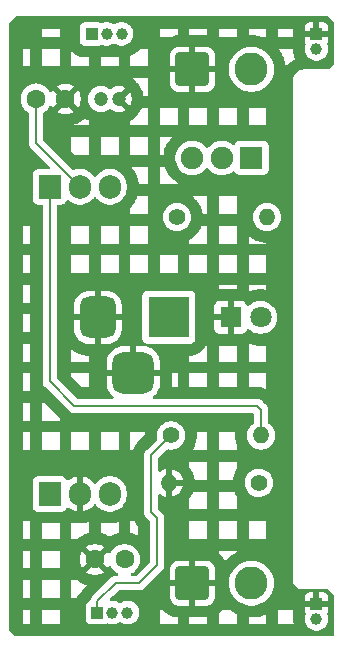
<source format=gbr>
%TF.GenerationSoftware,KiCad,Pcbnew,9.0.1*%
%TF.CreationDate,2025-05-11T23:30:35+05:30*%
%TF.ProjectId,Breadboard Power Supply,42726561-6462-46f6-9172-6420506f7765,1*%
%TF.SameCoordinates,Original*%
%TF.FileFunction,Copper,L2,Bot*%
%TF.FilePolarity,Positive*%
%FSLAX46Y46*%
G04 Gerber Fmt 4.6, Leading zero omitted, Abs format (unit mm)*
G04 Created by KiCad (PCBNEW 9.0.1) date 2025-05-11 23:30:35*
%MOMM*%
%LPD*%
G01*
G04 APERTURE LIST*
G04 Aperture macros list*
%AMRoundRect*
0 Rectangle with rounded corners*
0 $1 Rounding radius*
0 $2 $3 $4 $5 $6 $7 $8 $9 X,Y pos of 4 corners*
0 Add a 4 corners polygon primitive as box body*
4,1,4,$2,$3,$4,$5,$6,$7,$8,$9,$2,$3,0*
0 Add four circle primitives for the rounded corners*
1,1,$1+$1,$2,$3*
1,1,$1+$1,$4,$5*
1,1,$1+$1,$6,$7*
1,1,$1+$1,$8,$9*
0 Add four rect primitives between the rounded corners*
20,1,$1+$1,$2,$3,$4,$5,0*
20,1,$1+$1,$4,$5,$6,$7,0*
20,1,$1+$1,$6,$7,$8,$9,0*
20,1,$1+$1,$8,$9,$2,$3,0*%
G04 Aperture macros list end*
%TA.AperFunction,ComponentPad*%
%ADD10R,1.905000X2.000000*%
%TD*%
%TA.AperFunction,ComponentPad*%
%ADD11O,1.905000X2.000000*%
%TD*%
%TA.AperFunction,ComponentPad*%
%ADD12R,1.900000X1.900000*%
%TD*%
%TA.AperFunction,ComponentPad*%
%ADD13C,1.900000*%
%TD*%
%TA.AperFunction,ComponentPad*%
%ADD14C,1.400000*%
%TD*%
%TA.AperFunction,ComponentPad*%
%ADD15O,1.400000X1.400000*%
%TD*%
%TA.AperFunction,ComponentPad*%
%ADD16RoundRect,0.250001X-1.149999X-1.149999X1.149999X-1.149999X1.149999X1.149999X-1.149999X1.149999X0*%
%TD*%
%TA.AperFunction,ComponentPad*%
%ADD17C,2.800000*%
%TD*%
%TA.AperFunction,ComponentPad*%
%ADD18R,1.000000X1.000000*%
%TD*%
%TA.AperFunction,ComponentPad*%
%ADD19C,1.000000*%
%TD*%
%TA.AperFunction,ComponentPad*%
%ADD20R,3.500000X3.500000*%
%TD*%
%TA.AperFunction,ComponentPad*%
%ADD21RoundRect,0.750000X-0.750000X-1.000000X0.750000X-1.000000X0.750000X1.000000X-0.750000X1.000000X0*%
%TD*%
%TA.AperFunction,ComponentPad*%
%ADD22RoundRect,0.875000X-0.875000X-0.875000X0.875000X-0.875000X0.875000X0.875000X-0.875000X0.875000X0*%
%TD*%
%TA.AperFunction,ComponentPad*%
%ADD23R,1.800000X1.800000*%
%TD*%
%TA.AperFunction,ComponentPad*%
%ADD24C,1.800000*%
%TD*%
%TA.AperFunction,ComponentPad*%
%ADD25C,1.600000*%
%TD*%
%TA.AperFunction,ComponentPad*%
%ADD26C,1.200000*%
%TD*%
%TA.AperFunction,Conductor*%
%ADD27C,0.200000*%
%TD*%
G04 APERTURE END LIST*
D10*
%TO.P,U2,1,VI*%
%TO.N,/12V*%
X120420000Y-105445000D03*
D11*
%TO.P,U2,2,GND*%
%TO.N,GND*%
X122960000Y-105445000D03*
%TO.P,U2,3,VO*%
%TO.N,/5V*%
X125500000Y-105445000D03*
%TD*%
D10*
%TO.P,U1,1,ADJ*%
%TO.N,Net-(U1-ADJ)*%
X120420000Y-79445000D03*
D11*
%TO.P,U1,2,VO*%
%TO.N,/3.3V*%
X122960000Y-79445000D03*
%TO.P,U1,3,VI*%
%TO.N,/12V*%
X125500000Y-79445000D03*
%TD*%
D12*
%TO.P,S1,1*%
%TO.N,/12V*%
X137500000Y-77000000D03*
D13*
%TO.P,S1,2*%
%TO.N,/PWR_input*%
X135000000Y-77000000D03*
%TO.P,S1,3*%
%TO.N,unconnected-(S1-Pad3)*%
X132500000Y-77000000D03*
%TD*%
D14*
%TO.P,R3,1*%
%TO.N,/3.3V*%
X130690000Y-100500000D03*
D15*
%TO.P,R3,2*%
%TO.N,Net-(U1-ADJ)*%
X138310000Y-100500000D03*
%TD*%
D14*
%TO.P,R2,1*%
%TO.N,Net-(U1-ADJ)*%
X138120000Y-104500000D03*
D15*
%TO.P,R2,2*%
%TO.N,GND*%
X130500000Y-104500000D03*
%TD*%
D14*
%TO.P,R1,1*%
%TO.N,/12V*%
X131190000Y-82000000D03*
D15*
%TO.P,R1,2*%
%TO.N,Net-(D1-A)*%
X138810000Y-82000000D03*
%TD*%
D16*
%TO.P,J7,1,Pin_1*%
%TO.N,GND*%
X132500000Y-113000000D03*
D17*
%TO.P,J7,2,Pin_2*%
%TO.N,/PWR_output*%
X137500000Y-113000000D03*
%TD*%
D18*
%TO.P,J6,1,Pin_1*%
%TO.N,/3.3V*%
X124460000Y-115500000D03*
D19*
%TO.P,J6,2,Pin_2*%
%TO.N,/PWR_output*%
X125730000Y-115500000D03*
%TO.P,J6,3,Pin_3*%
%TO.N,/5V*%
X127000000Y-115500000D03*
%TD*%
D18*
%TO.P,J5,1,Pin_1*%
%TO.N,/3.3V*%
X123960000Y-66500000D03*
D19*
%TO.P,J5,2,Pin_2*%
%TO.N,/PWR_output*%
X125230000Y-66500000D03*
%TO.P,J5,3,Pin_3*%
%TO.N,/5V*%
X126500000Y-66500000D03*
%TD*%
D18*
%TO.P,J4,1,Pin_1*%
%TO.N,GND*%
X143000000Y-66500000D03*
D19*
%TO.P,J4,2,Pin_2*%
%TO.N,/PWR_output*%
X143000000Y-67770000D03*
%TD*%
D18*
%TO.P,J3,1,Pin_1*%
%TO.N,GND*%
X143000000Y-114750000D03*
D19*
%TO.P,J3,2,Pin_2*%
%TO.N,/PWR_output*%
X143000000Y-116020000D03*
%TD*%
D16*
%TO.P,J2,1,Pin_1*%
%TO.N,GND*%
X132500000Y-69500000D03*
D17*
%TO.P,J2,2,Pin_2*%
%TO.N,/PWR_output*%
X137500000Y-69500000D03*
%TD*%
D20*
%TO.P,J1,1*%
%TO.N,/PWR_input*%
X130500000Y-90500000D03*
D21*
%TO.P,J1,2*%
%TO.N,GND*%
X124500000Y-90500000D03*
D22*
%TO.P,J1,3*%
X127500000Y-95200000D03*
%TD*%
D23*
%TO.P,D1,1,K*%
%TO.N,GND*%
X135730000Y-90500000D03*
D24*
%TO.P,D1,2,A*%
%TO.N,Net-(D1-A)*%
X138270000Y-90500000D03*
%TD*%
D25*
%TO.P,C3,1*%
%TO.N,/3.3V*%
X119250000Y-72000000D03*
%TO.P,C3,2*%
%TO.N,GND*%
X121750000Y-72000000D03*
%TD*%
%TO.P,C2,1*%
%TO.N,/5V*%
X126750000Y-111000000D03*
%TO.P,C2,2*%
%TO.N,GND*%
X124250000Y-111000000D03*
%TD*%
D26*
%TO.P,C1,1*%
%TO.N,/12V*%
X124750000Y-72000000D03*
%TO.P,C1,2*%
%TO.N,GND*%
X126250000Y-72000000D03*
%TD*%
D27*
%TO.N,/3.3V*%
X119250000Y-72000000D02*
X119250000Y-75735000D01*
X119250000Y-75735000D02*
X122960000Y-79445000D01*
%TO.N,Net-(U1-ADJ)*%
X138310000Y-100500000D02*
X138310000Y-98310000D01*
X138310000Y-98310000D02*
X138000000Y-98000000D01*
X120420000Y-95920000D02*
X120420000Y-79445000D01*
X138000000Y-98000000D02*
X122500000Y-98000000D01*
X122500000Y-98000000D02*
X120420000Y-95920000D01*
%TO.N,/3.3V*%
X124460000Y-115500000D02*
X124460000Y-114540000D01*
X128000000Y-113000000D02*
X129500000Y-111500000D01*
X124460000Y-114540000D02*
X126000000Y-113000000D01*
X126000000Y-113000000D02*
X128000000Y-113000000D01*
X129500000Y-111500000D02*
X129500000Y-107500000D01*
X129500000Y-107500000D02*
X129000000Y-107000000D01*
X129000000Y-107000000D02*
X129000000Y-102190000D01*
X129000000Y-102190000D02*
X130690000Y-100500000D01*
%TD*%
%TA.AperFunction,Conductor*%
%TO.N,GND*%
G36*
X144016177Y-65020185D02*
G01*
X144036819Y-65036819D01*
X144463181Y-65463181D01*
X144496666Y-65524504D01*
X144499500Y-65550862D01*
X144499500Y-68949137D01*
X144479815Y-69016176D01*
X144463181Y-69036818D01*
X144036818Y-69463181D01*
X143975495Y-69496666D01*
X143949137Y-69499500D01*
X141912465Y-69499500D01*
X141740062Y-69529898D01*
X141575553Y-69589775D01*
X141423942Y-69677309D01*
X141289836Y-69789836D01*
X141177309Y-69923942D01*
X141089775Y-70075553D01*
X141029898Y-70240062D01*
X140999500Y-70412465D01*
X140999500Y-112587532D01*
X140999528Y-112587852D01*
X141000000Y-112598661D01*
X141000000Y-113000000D01*
X141500000Y-113500000D01*
X141901336Y-113500000D01*
X141912136Y-113500471D01*
X141912468Y-113500500D01*
X141934108Y-113500500D01*
X143943015Y-113500500D01*
X144010054Y-113520185D01*
X144037566Y-113544275D01*
X144212121Y-113750000D01*
X144470051Y-114053989D01*
X144498414Y-114117841D01*
X144499500Y-114134213D01*
X144499500Y-117375500D01*
X144479815Y-117442539D01*
X144427011Y-117488294D01*
X144375500Y-117499500D01*
X117550862Y-117499500D01*
X117483823Y-117479815D01*
X117463181Y-117463181D01*
X117036819Y-117036819D01*
X117003334Y-116975496D01*
X117000500Y-116949138D01*
X117000500Y-116501500D01*
X118124000Y-116501500D01*
X118750500Y-116501500D01*
X119748500Y-116501500D01*
X121250500Y-116501500D01*
X129748500Y-116501500D01*
X131250500Y-116501500D01*
X131250500Y-115898000D01*
X132248500Y-115898000D01*
X132248500Y-116501500D01*
X133750500Y-116501500D01*
X133750500Y-115896720D01*
X133738050Y-115897355D01*
X133734896Y-115897475D01*
X133715825Y-115897960D01*
X133712673Y-115898000D01*
X132549454Y-115898000D01*
X132502000Y-115888561D01*
X132500000Y-115887732D01*
X132498000Y-115888561D01*
X132450546Y-115898000D01*
X132248500Y-115898000D01*
X131250500Y-115898000D01*
X131250500Y-115896771D01*
X131236579Y-115896063D01*
X131233428Y-115895862D01*
X131214379Y-115894405D01*
X131211233Y-115894124D01*
X131068777Y-115879570D01*
X131062068Y-115878699D01*
X131021634Y-115872324D01*
X131014983Y-115871088D01*
X130961734Y-115859686D01*
X130955166Y-115858092D01*
X130915698Y-115847362D01*
X130909225Y-115845411D01*
X130689396Y-115772567D01*
X130682619Y-115770100D01*
X130642067Y-115753990D01*
X130635446Y-115751135D01*
X130582799Y-115726587D01*
X130576352Y-115723349D01*
X130537927Y-115702631D01*
X130531679Y-115699024D01*
X130333008Y-115576483D01*
X130326980Y-115572518D01*
X130291220Y-115547478D01*
X130285434Y-115543170D01*
X130251499Y-115516337D01*
X134748500Y-115516337D01*
X134748500Y-116501500D01*
X136250500Y-116501500D01*
X136250500Y-115890400D01*
X137248500Y-115890400D01*
X137248500Y-116501500D01*
X138750500Y-116501500D01*
X139748500Y-116501500D01*
X141058124Y-116501500D01*
X141015896Y-116289208D01*
X141014855Y-116283211D01*
X141009451Y-116246779D01*
X141008706Y-116240738D01*
X141003903Y-116191966D01*
X141003455Y-116185896D01*
X141001649Y-116149124D01*
X141001500Y-116143041D01*
X141001500Y-116118543D01*
X141999499Y-116118543D01*
X142037947Y-116311829D01*
X142037950Y-116311839D01*
X142113364Y-116493907D01*
X142113371Y-116493920D01*
X142222860Y-116657781D01*
X142222863Y-116657785D01*
X142362214Y-116797136D01*
X142362218Y-116797139D01*
X142526079Y-116906628D01*
X142526092Y-116906635D01*
X142708160Y-116982049D01*
X142708165Y-116982051D01*
X142708169Y-116982051D01*
X142708170Y-116982052D01*
X142901456Y-117020500D01*
X142901459Y-117020500D01*
X143098543Y-117020500D01*
X143228582Y-116994632D01*
X143291835Y-116982051D01*
X143473914Y-116906632D01*
X143637782Y-116797139D01*
X143777139Y-116657782D01*
X143886632Y-116493914D01*
X143962051Y-116311835D01*
X144000500Y-116118541D01*
X144000500Y-115921459D01*
X144000500Y-115921456D01*
X143962052Y-115728170D01*
X143962051Y-115728169D01*
X143962051Y-115728165D01*
X143919458Y-115625337D01*
X143911990Y-115555869D01*
X143934757Y-115503571D01*
X143943351Y-115492091D01*
X143993597Y-115357376D01*
X143993598Y-115357372D01*
X143999999Y-115297844D01*
X144000000Y-115297827D01*
X144000000Y-115000000D01*
X143209618Y-115000000D01*
X143260064Y-114949554D01*
X143302851Y-114875445D01*
X143325000Y-114792787D01*
X143325000Y-114707213D01*
X143302851Y-114624555D01*
X143260064Y-114550446D01*
X143209618Y-114500000D01*
X143250000Y-114500000D01*
X144000000Y-114500000D01*
X144000000Y-114202172D01*
X143999999Y-114202155D01*
X143993598Y-114142627D01*
X143993596Y-114142620D01*
X143943354Y-114007913D01*
X143943350Y-114007906D01*
X143857190Y-113892812D01*
X143857187Y-113892809D01*
X143742093Y-113806649D01*
X143742086Y-113806645D01*
X143607379Y-113756403D01*
X143607372Y-113756401D01*
X143547844Y-113750000D01*
X143250000Y-113750000D01*
X143250000Y-114500000D01*
X143209618Y-114500000D01*
X143199554Y-114489936D01*
X143125445Y-114447149D01*
X143042787Y-114425000D01*
X142957213Y-114425000D01*
X142874555Y-114447149D01*
X142800446Y-114489936D01*
X142739936Y-114550446D01*
X142697149Y-114624555D01*
X142675000Y-114707213D01*
X142675000Y-114792787D01*
X142697149Y-114875445D01*
X142739936Y-114949554D01*
X142790382Y-115000000D01*
X142000000Y-115000000D01*
X142000000Y-115297844D01*
X142006401Y-115357372D01*
X142006402Y-115357376D01*
X142056647Y-115492088D01*
X142056649Y-115492092D01*
X142065247Y-115503577D01*
X142089663Y-115569041D01*
X142080541Y-115625337D01*
X142053584Y-115690418D01*
X142037950Y-115728164D01*
X142037948Y-115728168D01*
X142037947Y-115728171D01*
X141999500Y-115921456D01*
X141999500Y-115921459D01*
X141999500Y-116118541D01*
X141999500Y-116118543D01*
X141999499Y-116118543D01*
X141001500Y-116118543D01*
X141001500Y-115896959D01*
X141001649Y-115890876D01*
X141003455Y-115854104D01*
X141003903Y-115848034D01*
X141008706Y-115799262D01*
X141009451Y-115793221D01*
X141014855Y-115756789D01*
X141015896Y-115750792D01*
X141042402Y-115617535D01*
X141042316Y-115617215D01*
X141027972Y-115556503D01*
X141026428Y-115548916D01*
X141018522Y-115502738D01*
X141017455Y-115495069D01*
X141006289Y-115391217D01*
X141005977Y-115387905D01*
X141004364Y-115367856D01*
X141004142Y-115364542D01*
X141002713Y-115337855D01*
X141002580Y-115334539D01*
X141002044Y-115314491D01*
X141002000Y-115311177D01*
X141002000Y-115248500D01*
X139748500Y-115248500D01*
X139748500Y-116501500D01*
X138750500Y-116501500D01*
X138750500Y-115618980D01*
X138743109Y-115622329D01*
X138739386Y-115623943D01*
X138479047Y-115731779D01*
X138475276Y-115733269D01*
X138452330Y-115741906D01*
X138448512Y-115743272D01*
X138417582Y-115753773D01*
X138413718Y-115755015D01*
X138390204Y-115762149D01*
X138386298Y-115763265D01*
X138114093Y-115836203D01*
X138110156Y-115837189D01*
X138086254Y-115842762D01*
X138082290Y-115843618D01*
X138050253Y-115849991D01*
X138046255Y-115850719D01*
X138022034Y-115854717D01*
X138018025Y-115855311D01*
X137738638Y-115892094D01*
X137734606Y-115892558D01*
X137710177Y-115894964D01*
X137706131Y-115895296D01*
X137673535Y-115897432D01*
X137669484Y-115897631D01*
X137644953Y-115898434D01*
X137640896Y-115898500D01*
X137359104Y-115898500D01*
X137355047Y-115898434D01*
X137330516Y-115897631D01*
X137326465Y-115897432D01*
X137293869Y-115895296D01*
X137289823Y-115894964D01*
X137265394Y-115892558D01*
X137261362Y-115892094D01*
X137248500Y-115890400D01*
X136250500Y-115890400D01*
X136250500Y-115619433D01*
X136234516Y-115612191D01*
X136230844Y-115610454D01*
X136201549Y-115596006D01*
X136197940Y-115594152D01*
X136176309Y-115582589D01*
X136172766Y-115580620D01*
X135928729Y-115439726D01*
X135925250Y-115437641D01*
X135904400Y-115424676D01*
X135900988Y-115422476D01*
X135873828Y-115404328D01*
X135870491Y-115402019D01*
X135850544Y-115387725D01*
X135847286Y-115385308D01*
X135668994Y-115248500D01*
X135016338Y-115248500D01*
X135007140Y-115260132D01*
X135002503Y-115265658D01*
X134973492Y-115298256D01*
X134968544Y-115303500D01*
X134803500Y-115468544D01*
X134798256Y-115473492D01*
X134765658Y-115502503D01*
X134760132Y-115507140D01*
X134748500Y-115516337D01*
X130251499Y-115516337D01*
X130239868Y-115507140D01*
X130234342Y-115502503D01*
X130201744Y-115473492D01*
X130196500Y-115468544D01*
X130031456Y-115303500D01*
X130026508Y-115298256D01*
X129997497Y-115265658D01*
X129992860Y-115260132D01*
X129983662Y-115248500D01*
X129748500Y-115248500D01*
X129748500Y-116501500D01*
X121250500Y-116501500D01*
X121250500Y-115248500D01*
X119748500Y-115248500D01*
X119748500Y-116501500D01*
X118750500Y-116501500D01*
X118750500Y-115248500D01*
X118124000Y-115248500D01*
X118124000Y-116501500D01*
X117000500Y-116501500D01*
X117000500Y-114250500D01*
X118124000Y-114250500D01*
X118750500Y-114250500D01*
X119748500Y-114250500D01*
X121250500Y-114250500D01*
X122248500Y-114250500D01*
X122656049Y-114250500D01*
X122657372Y-114248077D01*
X122661890Y-114240463D01*
X122690854Y-114195396D01*
X122695902Y-114188126D01*
X122824886Y-114015827D01*
X122830439Y-114008936D01*
X122865519Y-113968451D01*
X122871551Y-113961972D01*
X122921972Y-113911551D01*
X122928451Y-113905519D01*
X122968936Y-113870439D01*
X122975825Y-113864886D01*
X123025426Y-113827752D01*
X123066408Y-113756772D01*
X123131528Y-113643980D01*
X123135814Y-113637088D01*
X123163102Y-113596250D01*
X123167829Y-113589653D01*
X123207619Y-113537800D01*
X123212766Y-113531529D01*
X123245137Y-113494618D01*
X123250683Y-113488697D01*
X123550424Y-113188954D01*
X123423942Y-113147857D01*
X123419348Y-113146264D01*
X123391739Y-113136080D01*
X123387208Y-113134307D01*
X123350992Y-113119309D01*
X123346526Y-113117355D01*
X123319752Y-113105013D01*
X123315367Y-113102887D01*
X123098107Y-112992188D01*
X123093813Y-112989893D01*
X123068116Y-112975502D01*
X123063916Y-112973040D01*
X123030492Y-112952558D01*
X123026393Y-112949934D01*
X123001895Y-112933566D01*
X122997897Y-112930780D01*
X122758089Y-112756547D01*
X122750938Y-112748500D01*
X122248500Y-112748500D01*
X122248500Y-114250500D01*
X121250500Y-114250500D01*
X121250500Y-112748500D01*
X119748500Y-112748500D01*
X119748500Y-114250500D01*
X118750500Y-114250500D01*
X118750500Y-112748500D01*
X118124000Y-112748500D01*
X118124000Y-114250500D01*
X117000500Y-114250500D01*
X117000500Y-111750500D01*
X118124000Y-111750500D01*
X118750500Y-111750500D01*
X119748500Y-111750500D01*
X121250500Y-111750500D01*
X121250500Y-110897682D01*
X122950000Y-110897682D01*
X122950000Y-111102317D01*
X122982009Y-111304417D01*
X123045244Y-111499031D01*
X123138141Y-111681350D01*
X123138147Y-111681359D01*
X123170523Y-111725921D01*
X123170524Y-111725922D01*
X123850000Y-111046446D01*
X123850000Y-111052661D01*
X123877259Y-111154394D01*
X123929920Y-111245606D01*
X124004394Y-111320080D01*
X124095606Y-111372741D01*
X124197339Y-111400000D01*
X124203553Y-111400000D01*
X123524076Y-112079474D01*
X123568650Y-112111859D01*
X123750968Y-112204755D01*
X123945582Y-112267990D01*
X124147683Y-112300000D01*
X124352317Y-112300000D01*
X124554417Y-112267990D01*
X124749031Y-112204755D01*
X124931349Y-112111859D01*
X124975921Y-112079474D01*
X124296447Y-111400000D01*
X124302661Y-111400000D01*
X124404394Y-111372741D01*
X124495606Y-111320080D01*
X124570080Y-111245606D01*
X124622741Y-111154394D01*
X124650000Y-111052661D01*
X124650000Y-111046447D01*
X125329474Y-111725921D01*
X125361859Y-111681349D01*
X125389233Y-111627624D01*
X125437207Y-111576827D01*
X125505028Y-111560031D01*
X125571163Y-111582567D01*
X125610203Y-111627621D01*
X125637713Y-111681611D01*
X125758028Y-111847213D01*
X125902786Y-111991971D01*
X126023226Y-112079474D01*
X126068390Y-112112287D01*
X126155042Y-112156438D01*
X126171874Y-112165015D01*
X126222670Y-112212990D01*
X126239465Y-112280811D01*
X126216927Y-112346946D01*
X126162212Y-112390397D01*
X126115579Y-112399500D01*
X126086669Y-112399500D01*
X126086653Y-112399499D01*
X126079057Y-112399499D01*
X125920943Y-112399499D01*
X125829588Y-112423978D01*
X125768210Y-112440424D01*
X125768209Y-112440425D01*
X125718096Y-112469359D01*
X125718095Y-112469360D01*
X125674689Y-112494420D01*
X125631285Y-112519479D01*
X125631282Y-112519481D01*
X123979481Y-114171282D01*
X123979477Y-114171287D01*
X123930699Y-114255775D01*
X123900424Y-114308211D01*
X123900423Y-114308212D01*
X123887122Y-114357853D01*
X123863432Y-114446261D01*
X123827069Y-114505920D01*
X123786992Y-114530348D01*
X123717671Y-114556202D01*
X123717664Y-114556206D01*
X123602455Y-114642452D01*
X123602452Y-114642455D01*
X123516206Y-114757664D01*
X123516202Y-114757671D01*
X123465908Y-114892517D01*
X123459501Y-114952116D01*
X123459500Y-114952135D01*
X123459500Y-116047870D01*
X123459501Y-116047876D01*
X123465908Y-116107483D01*
X123516202Y-116242328D01*
X123516206Y-116242335D01*
X123602452Y-116357544D01*
X123602455Y-116357547D01*
X123717664Y-116443793D01*
X123717671Y-116443797D01*
X123852517Y-116494091D01*
X123852516Y-116494091D01*
X123859444Y-116494835D01*
X123912127Y-116500500D01*
X125007872Y-116500499D01*
X125067483Y-116494091D01*
X125202331Y-116443796D01*
X125214110Y-116434977D01*
X125279570Y-116410558D01*
X125335872Y-116419680D01*
X125438165Y-116462051D01*
X125438169Y-116462051D01*
X125438170Y-116462052D01*
X125631456Y-116500500D01*
X125631459Y-116500500D01*
X125828543Y-116500500D01*
X125958582Y-116474632D01*
X126021835Y-116462051D01*
X126203914Y-116386632D01*
X126296109Y-116325029D01*
X126362786Y-116304151D01*
X126430166Y-116322635D01*
X126433891Y-116325029D01*
X126526080Y-116386628D01*
X126526086Y-116386632D01*
X126526088Y-116386633D01*
X126526092Y-116386635D01*
X126708160Y-116462049D01*
X126708165Y-116462051D01*
X126708169Y-116462051D01*
X126708170Y-116462052D01*
X126901456Y-116500500D01*
X126901459Y-116500500D01*
X127098543Y-116500500D01*
X127228582Y-116474632D01*
X127291835Y-116462051D01*
X127473914Y-116386632D01*
X127637782Y-116277139D01*
X127777139Y-116137782D01*
X127886632Y-115973914D01*
X127962051Y-115791835D01*
X127979795Y-115702631D01*
X128000500Y-115598543D01*
X128000500Y-115401456D01*
X127962052Y-115208170D01*
X127962051Y-115208169D01*
X127962051Y-115208165D01*
X127962049Y-115208160D01*
X127886635Y-115026092D01*
X127886628Y-115026079D01*
X127777139Y-114862218D01*
X127777136Y-114862214D01*
X127637785Y-114722863D01*
X127637781Y-114722860D01*
X127473920Y-114613371D01*
X127473907Y-114613364D01*
X127291839Y-114537950D01*
X127291829Y-114537947D01*
X127098543Y-114499500D01*
X127098541Y-114499500D01*
X126901459Y-114499500D01*
X126901457Y-114499500D01*
X126708170Y-114537947D01*
X126708160Y-114537950D01*
X126526089Y-114613366D01*
X126433890Y-114674971D01*
X126367213Y-114695848D01*
X126299833Y-114677363D01*
X126296110Y-114674971D01*
X126247441Y-114642452D01*
X126203914Y-114613368D01*
X126203911Y-114613366D01*
X126203910Y-114613366D01*
X126021839Y-114537950D01*
X126021829Y-114537947D01*
X125828543Y-114499500D01*
X125828541Y-114499500D01*
X125649096Y-114499500D01*
X125582057Y-114479815D01*
X125536302Y-114427011D01*
X125526358Y-114357853D01*
X125555383Y-114294297D01*
X125561415Y-114287819D01*
X125789755Y-114059480D01*
X126212416Y-113636819D01*
X126273739Y-113603334D01*
X126300097Y-113600500D01*
X127913331Y-113600500D01*
X127913347Y-113600501D01*
X127920943Y-113600501D01*
X128079054Y-113600501D01*
X128079057Y-113600501D01*
X128231785Y-113559577D01*
X128281904Y-113530639D01*
X128368716Y-113480520D01*
X128480520Y-113368716D01*
X128480520Y-113368714D01*
X128490728Y-113358507D01*
X128490730Y-113358504D01*
X129858506Y-111990728D01*
X129858511Y-111990724D01*
X129868714Y-111980520D01*
X129868716Y-111980520D01*
X129980520Y-111868716D01*
X130020185Y-111800014D01*
X130600000Y-111800014D01*
X130600000Y-112750000D01*
X131899999Y-112750000D01*
X131874979Y-112810402D01*
X131850000Y-112935981D01*
X131850000Y-113064019D01*
X131874979Y-113189598D01*
X131899999Y-113250000D01*
X130600000Y-113250000D01*
X130600000Y-114199985D01*
X130610493Y-114302689D01*
X130610494Y-114302696D01*
X130665641Y-114469118D01*
X130665643Y-114469123D01*
X130757684Y-114618344D01*
X130881655Y-114742315D01*
X131030876Y-114834356D01*
X131030881Y-114834358D01*
X131197303Y-114889505D01*
X131197310Y-114889506D01*
X131300014Y-114899999D01*
X131300027Y-114900000D01*
X132250000Y-114900000D01*
X132250000Y-113600001D01*
X132310402Y-113625021D01*
X132435981Y-113650000D01*
X132564019Y-113650000D01*
X132689598Y-113625021D01*
X132750000Y-113600001D01*
X132750000Y-114900000D01*
X133699973Y-114900000D01*
X133699985Y-114899999D01*
X133802689Y-114889506D01*
X133802696Y-114889505D01*
X133969118Y-114834358D01*
X133969123Y-114834356D01*
X134118344Y-114742315D01*
X134242315Y-114618344D01*
X134334356Y-114469123D01*
X134334358Y-114469118D01*
X134389505Y-114302696D01*
X134389506Y-114302689D01*
X134399999Y-114199985D01*
X134400000Y-114199972D01*
X134400000Y-113250000D01*
X133100001Y-113250000D01*
X133125021Y-113189598D01*
X133150000Y-113064019D01*
X133150000Y-112935981D01*
X133137958Y-112875441D01*
X135599500Y-112875441D01*
X135599500Y-113124558D01*
X135599501Y-113124575D01*
X135631642Y-113368716D01*
X135632018Y-113371565D01*
X135663404Y-113488697D01*
X135696498Y-113612207D01*
X135791830Y-113842361D01*
X135791837Y-113842376D01*
X135916400Y-114058126D01*
X136068060Y-114255774D01*
X136068066Y-114255781D01*
X136244218Y-114431933D01*
X136244225Y-114431939D01*
X136441873Y-114583599D01*
X136657623Y-114708162D01*
X136657638Y-114708169D01*
X136693113Y-114722863D01*
X136887793Y-114803502D01*
X137128435Y-114867982D01*
X137375435Y-114900500D01*
X137375442Y-114900500D01*
X137624558Y-114900500D01*
X137624565Y-114900500D01*
X137871565Y-114867982D01*
X138112207Y-114803502D01*
X138342373Y-114708164D01*
X138558127Y-114583599D01*
X138755776Y-114431938D01*
X138931938Y-114255776D01*
X138973083Y-114202155D01*
X142000000Y-114202155D01*
X142000000Y-114500000D01*
X142750000Y-114500000D01*
X142750000Y-113750000D01*
X142452155Y-113750000D01*
X142392627Y-113756401D01*
X142392620Y-113756403D01*
X142257913Y-113806645D01*
X142257906Y-113806649D01*
X142142812Y-113892809D01*
X142142809Y-113892812D01*
X142056649Y-114007906D01*
X142056645Y-114007913D01*
X142006403Y-114142620D01*
X142006401Y-114142627D01*
X142000000Y-114202155D01*
X138973083Y-114202155D01*
X139083599Y-114058127D01*
X139208164Y-113842373D01*
X139303502Y-113612207D01*
X139367982Y-113371565D01*
X139400500Y-113124565D01*
X139400500Y-112875435D01*
X139367982Y-112628435D01*
X139303502Y-112387793D01*
X139227685Y-112204755D01*
X139208169Y-112157638D01*
X139208162Y-112157623D01*
X139083599Y-111941873D01*
X138931939Y-111744225D01*
X138931933Y-111744218D01*
X138755781Y-111568066D01*
X138755774Y-111568060D01*
X138558126Y-111416400D01*
X138342376Y-111291837D01*
X138342361Y-111291830D01*
X138112207Y-111196498D01*
X137871561Y-111132017D01*
X137624575Y-111099501D01*
X137624570Y-111099500D01*
X137624565Y-111099500D01*
X137375435Y-111099500D01*
X137375429Y-111099500D01*
X137375424Y-111099501D01*
X137128438Y-111132017D01*
X136887792Y-111196498D01*
X136657638Y-111291830D01*
X136657623Y-111291837D01*
X136441873Y-111416400D01*
X136244225Y-111568060D01*
X136244218Y-111568066D01*
X136068066Y-111744218D01*
X136068060Y-111744225D01*
X135916400Y-111941873D01*
X135791837Y-112157623D01*
X135791830Y-112157638D01*
X135696498Y-112387792D01*
X135632017Y-112628438D01*
X135599501Y-112875424D01*
X135599500Y-112875441D01*
X133137958Y-112875441D01*
X133125021Y-112810402D01*
X133100001Y-112750000D01*
X134400000Y-112750000D01*
X134400000Y-111800027D01*
X134399999Y-111800014D01*
X134389506Y-111697310D01*
X134389505Y-111697303D01*
X134334358Y-111530881D01*
X134334356Y-111530876D01*
X134242315Y-111381655D01*
X134118344Y-111257684D01*
X133969123Y-111165643D01*
X133969118Y-111165641D01*
X133802696Y-111110494D01*
X133802689Y-111110493D01*
X133699985Y-111100000D01*
X132750000Y-111100000D01*
X132750000Y-112399998D01*
X132689598Y-112374979D01*
X132564019Y-112350000D01*
X132435981Y-112350000D01*
X132310402Y-112374979D01*
X132250000Y-112399998D01*
X132250000Y-111100000D01*
X131300014Y-111100000D01*
X131197310Y-111110493D01*
X131197303Y-111110494D01*
X131030881Y-111165641D01*
X131030876Y-111165643D01*
X130881655Y-111257684D01*
X130757684Y-111381655D01*
X130665643Y-111530876D01*
X130665641Y-111530881D01*
X130610494Y-111697303D01*
X130610493Y-111697310D01*
X130600000Y-111800014D01*
X130020185Y-111800014D01*
X130059577Y-111731784D01*
X130100500Y-111579057D01*
X130100500Y-110483662D01*
X134748500Y-110483662D01*
X134760132Y-110492860D01*
X134765658Y-110497497D01*
X134798256Y-110526508D01*
X134803500Y-110531456D01*
X134968544Y-110696500D01*
X134973492Y-110701744D01*
X135002503Y-110734342D01*
X135007140Y-110739868D01*
X135043170Y-110785434D01*
X135047478Y-110791220D01*
X135072518Y-110826980D01*
X135076483Y-110833008D01*
X135199024Y-111031679D01*
X135202631Y-111037927D01*
X135223349Y-111076352D01*
X135226587Y-111082799D01*
X135251135Y-111135446D01*
X135253990Y-111142067D01*
X135260188Y-111157670D01*
X135286236Y-111123725D01*
X135288759Y-111120545D01*
X135304330Y-111101572D01*
X135306954Y-111098481D01*
X135328491Y-111073922D01*
X135331217Y-111070914D01*
X135347998Y-111052997D01*
X135350820Y-111050081D01*
X135550081Y-110850820D01*
X135552997Y-110847998D01*
X135570914Y-110831217D01*
X135573922Y-110828491D01*
X135598481Y-110806954D01*
X135601572Y-110804330D01*
X135620545Y-110788759D01*
X135623725Y-110786236D01*
X135847286Y-110614692D01*
X135850544Y-110612275D01*
X135870491Y-110597981D01*
X135873828Y-110595672D01*
X135900988Y-110577524D01*
X135904400Y-110575324D01*
X135925250Y-110562359D01*
X135928729Y-110560274D01*
X136172766Y-110419380D01*
X136176309Y-110417411D01*
X136197940Y-110405848D01*
X136201549Y-110403994D01*
X136230844Y-110389546D01*
X136234516Y-110387809D01*
X136250500Y-110380566D01*
X136250500Y-110248500D01*
X134748500Y-110248500D01*
X134748500Y-110483662D01*
X130100500Y-110483662D01*
X130100500Y-109250500D01*
X132248500Y-109250500D01*
X133750500Y-109250500D01*
X134748500Y-109250500D01*
X136250500Y-109250500D01*
X137248500Y-109250500D01*
X138750500Y-109250500D01*
X138750500Y-107748500D01*
X137248500Y-107748500D01*
X137248500Y-109250500D01*
X136250500Y-109250500D01*
X136250500Y-107748500D01*
X134748500Y-107748500D01*
X134748500Y-109250500D01*
X133750500Y-109250500D01*
X133750500Y-107748500D01*
X132248500Y-107748500D01*
X132248500Y-109250500D01*
X130100500Y-109250500D01*
X130100500Y-107589060D01*
X130100501Y-107589047D01*
X130100501Y-107420944D01*
X130100501Y-107420943D01*
X130059577Y-107268216D01*
X130038544Y-107231785D01*
X129980524Y-107131290D01*
X129980518Y-107131282D01*
X129636819Y-106787583D01*
X129603334Y-106726260D01*
X129600500Y-106699902D01*
X129600500Y-105832859D01*
X132248500Y-105832859D01*
X132248500Y-106750500D01*
X133750500Y-106750500D01*
X134748500Y-106750500D01*
X136250500Y-106750500D01*
X136250500Y-105664025D01*
X136232060Y-105633934D01*
X136229599Y-105629736D01*
X136215208Y-105604040D01*
X136212912Y-105599743D01*
X136109324Y-105396438D01*
X136107199Y-105392056D01*
X136094856Y-105365281D01*
X136092901Y-105360813D01*
X136077903Y-105324597D01*
X136076131Y-105320067D01*
X136065947Y-105292459D01*
X136064353Y-105287864D01*
X136051562Y-105248500D01*
X134748500Y-105248500D01*
X134748500Y-106750500D01*
X133750500Y-106750500D01*
X133750500Y-105248500D01*
X132567912Y-105248500D01*
X132555181Y-105287683D01*
X132553585Y-105292284D01*
X132543386Y-105319929D01*
X132541611Y-105324465D01*
X132526609Y-105360681D01*
X132524659Y-105365139D01*
X132512330Y-105391883D01*
X132510205Y-105396265D01*
X132406659Y-105599483D01*
X132404363Y-105603777D01*
X132389973Y-105629472D01*
X132387512Y-105633671D01*
X132367031Y-105667094D01*
X132364405Y-105671197D01*
X132348038Y-105695692D01*
X132345255Y-105699686D01*
X132248500Y-105832859D01*
X129600500Y-105832859D01*
X129600500Y-105573120D01*
X129620185Y-105506081D01*
X129672989Y-105460326D01*
X129742147Y-105450382D01*
X129797386Y-105472802D01*
X129871062Y-105526331D01*
X130039362Y-105612085D01*
X130218997Y-105670451D01*
X130250000Y-105675362D01*
X130250000Y-105675361D01*
X130750000Y-105675361D01*
X130781002Y-105670451D01*
X130960637Y-105612085D01*
X131128940Y-105526329D01*
X131281741Y-105415314D01*
X131281746Y-105415310D01*
X131415310Y-105281746D01*
X131415314Y-105281741D01*
X131526329Y-105128940D01*
X131612085Y-104960637D01*
X131670451Y-104781002D01*
X131675362Y-104750000D01*
X130750000Y-104750000D01*
X130750000Y-105675361D01*
X130250000Y-105675361D01*
X130250000Y-104744975D01*
X130285095Y-104780070D01*
X130364905Y-104826148D01*
X130453922Y-104850000D01*
X130546078Y-104850000D01*
X130635095Y-104826148D01*
X130714905Y-104780070D01*
X130780070Y-104714905D01*
X130826148Y-104635095D01*
X130850000Y-104546078D01*
X130850000Y-104453922D01*
X130837029Y-104405513D01*
X136919500Y-104405513D01*
X136919500Y-104594486D01*
X136949059Y-104781118D01*
X137007454Y-104960836D01*
X137082078Y-105107292D01*
X137093240Y-105129199D01*
X137204310Y-105282073D01*
X137337927Y-105415690D01*
X137490801Y-105526760D01*
X137570347Y-105567290D01*
X137659163Y-105612545D01*
X137659165Y-105612545D01*
X137659168Y-105612547D01*
X137712070Y-105629736D01*
X137838881Y-105670940D01*
X138025514Y-105700500D01*
X138025519Y-105700500D01*
X138214486Y-105700500D01*
X138401118Y-105670940D01*
X138422400Y-105664025D01*
X138580832Y-105612547D01*
X138749199Y-105526760D01*
X138902073Y-105415690D01*
X139035690Y-105282073D01*
X139146760Y-105129199D01*
X139232547Y-104960832D01*
X139290940Y-104781118D01*
X139301427Y-104714905D01*
X139320500Y-104594486D01*
X139320500Y-104405513D01*
X139290940Y-104218881D01*
X139248236Y-104087454D01*
X139232547Y-104039168D01*
X139232545Y-104039165D01*
X139232545Y-104039163D01*
X139184311Y-103944500D01*
X139146760Y-103870801D01*
X139035690Y-103717927D01*
X138902073Y-103584310D01*
X138749199Y-103473240D01*
X138580836Y-103387454D01*
X138401118Y-103329059D01*
X138214486Y-103299500D01*
X138214481Y-103299500D01*
X138025519Y-103299500D01*
X138025514Y-103299500D01*
X137838881Y-103329059D01*
X137659163Y-103387454D01*
X137490800Y-103473240D01*
X137416536Y-103527197D01*
X137337927Y-103584310D01*
X137337925Y-103584312D01*
X137337924Y-103584312D01*
X137204312Y-103717924D01*
X137204312Y-103717925D01*
X137204310Y-103717927D01*
X137204070Y-103718258D01*
X137093240Y-103870800D01*
X137007454Y-104039163D01*
X136949059Y-104218881D01*
X136919500Y-104405513D01*
X130837029Y-104405513D01*
X130826148Y-104364905D01*
X130780070Y-104285095D01*
X130744975Y-104250000D01*
X130750000Y-104250000D01*
X131675362Y-104250000D01*
X131670451Y-104218997D01*
X131612085Y-104039362D01*
X131526329Y-103871059D01*
X131415314Y-103718258D01*
X131415310Y-103718253D01*
X131281746Y-103584689D01*
X131281741Y-103584685D01*
X131128940Y-103473670D01*
X130960635Y-103387913D01*
X130781004Y-103329549D01*
X130780995Y-103329547D01*
X130750000Y-103324637D01*
X130750000Y-104250000D01*
X130744975Y-104250000D01*
X130714905Y-104219930D01*
X130635095Y-104173852D01*
X130546078Y-104150000D01*
X130453922Y-104150000D01*
X130364905Y-104173852D01*
X130285095Y-104219930D01*
X130250000Y-104255025D01*
X130250000Y-103324637D01*
X130249999Y-103324637D01*
X130219004Y-103329547D01*
X130218995Y-103329549D01*
X130039364Y-103387913D01*
X129871059Y-103473670D01*
X129797385Y-103527197D01*
X129731578Y-103550677D01*
X129663525Y-103534851D01*
X129614830Y-103484745D01*
X129600500Y-103426879D01*
X129600500Y-103167140D01*
X132248500Y-103167140D01*
X132345255Y-103300315D01*
X132348038Y-103304308D01*
X132364405Y-103328803D01*
X132367031Y-103332906D01*
X132387512Y-103366329D01*
X132389973Y-103370528D01*
X132404363Y-103396223D01*
X132406659Y-103400517D01*
X132510205Y-103603735D01*
X132512330Y-103608117D01*
X132524659Y-103634861D01*
X132526609Y-103639319D01*
X132541611Y-103675535D01*
X132543386Y-103680071D01*
X132553585Y-103707716D01*
X132555181Y-103712317D01*
X132625667Y-103929252D01*
X132627081Y-103933914D01*
X132635081Y-103962282D01*
X132636312Y-103966999D01*
X132645460Y-104005114D01*
X132646501Y-104009861D01*
X132652244Y-104038732D01*
X132653100Y-104043526D01*
X132685881Y-104250500D01*
X133750500Y-104250500D01*
X134748500Y-104250500D01*
X135933612Y-104250500D01*
X135966412Y-104043414D01*
X135967267Y-104038625D01*
X135973007Y-104009763D01*
X135974049Y-104005013D01*
X135983197Y-103966894D01*
X135984427Y-103962176D01*
X135992430Y-103933796D01*
X135993845Y-103929132D01*
X136064353Y-103712136D01*
X136065947Y-103707541D01*
X136076131Y-103679933D01*
X136077903Y-103675403D01*
X136092901Y-103639187D01*
X136094856Y-103634719D01*
X136107199Y-103607944D01*
X136109324Y-103603562D01*
X136212912Y-103400257D01*
X136215208Y-103395960D01*
X136229599Y-103370264D01*
X136232060Y-103366066D01*
X136250500Y-103335974D01*
X136250500Y-102748500D01*
X134748500Y-102748500D01*
X134748500Y-104250500D01*
X133750500Y-104250500D01*
X133750500Y-102748500D01*
X132248500Y-102748500D01*
X132248500Y-103167140D01*
X129600500Y-103167140D01*
X129600500Y-102490096D01*
X129620185Y-102423057D01*
X129636815Y-102402419D01*
X130288733Y-101750500D01*
X132498955Y-101750500D01*
X133750500Y-101750500D01*
X134748500Y-101750500D01*
X136250500Y-101750500D01*
X136250500Y-101276005D01*
X136183845Y-101070868D01*
X136182430Y-101066204D01*
X136174427Y-101037824D01*
X136173197Y-101033106D01*
X136164049Y-100994987D01*
X136163007Y-100990237D01*
X136157267Y-100961375D01*
X136156412Y-100956586D01*
X136120719Y-100731235D01*
X136120051Y-100726405D01*
X136116588Y-100697133D01*
X136116111Y-100692289D01*
X136113037Y-100653209D01*
X136112750Y-100648350D01*
X136111595Y-100618936D01*
X136111500Y-100614071D01*
X136111500Y-100385929D01*
X136111595Y-100381064D01*
X136112750Y-100351650D01*
X136113037Y-100346791D01*
X136116111Y-100307711D01*
X136116588Y-100302867D01*
X136120051Y-100273595D01*
X136120719Y-100268765D01*
X136123929Y-100248500D01*
X134748500Y-100248500D01*
X134748500Y-101750500D01*
X133750500Y-101750500D01*
X133750500Y-100248500D01*
X132876071Y-100248500D01*
X132879281Y-100268765D01*
X132879949Y-100273595D01*
X132883412Y-100302867D01*
X132883889Y-100307711D01*
X132886963Y-100346791D01*
X132887250Y-100351650D01*
X132888405Y-100381064D01*
X132888500Y-100385929D01*
X132888500Y-100614071D01*
X132888405Y-100618936D01*
X132887250Y-100648350D01*
X132886963Y-100653209D01*
X132883889Y-100692289D01*
X132883412Y-100697133D01*
X132879949Y-100726405D01*
X132879281Y-100731235D01*
X132843588Y-100956586D01*
X132842733Y-100961375D01*
X132836993Y-100990237D01*
X132835951Y-100994987D01*
X132826803Y-101033106D01*
X132825573Y-101037824D01*
X132817570Y-101066204D01*
X132816155Y-101070868D01*
X132745647Y-101287864D01*
X132744053Y-101292459D01*
X132733869Y-101320067D01*
X132732097Y-101324597D01*
X132717099Y-101360813D01*
X132715144Y-101365281D01*
X132702801Y-101392056D01*
X132700676Y-101396438D01*
X132597088Y-101599743D01*
X132594792Y-101604040D01*
X132580401Y-101629736D01*
X132577940Y-101633934D01*
X132557458Y-101667358D01*
X132554834Y-101671457D01*
X132538466Y-101695955D01*
X132535680Y-101699953D01*
X132498955Y-101750500D01*
X130288733Y-101750500D01*
X130329169Y-101710064D01*
X130390490Y-101676581D01*
X130436246Y-101675274D01*
X130595514Y-101700500D01*
X130595519Y-101700500D01*
X130784486Y-101700500D01*
X130971118Y-101670940D01*
X131002975Y-101660589D01*
X131150832Y-101612547D01*
X131319199Y-101526760D01*
X131472073Y-101415690D01*
X131605690Y-101282073D01*
X131716760Y-101129199D01*
X131802547Y-100960832D01*
X131860940Y-100781118D01*
X131890500Y-100594486D01*
X131890500Y-100405513D01*
X131860940Y-100218881D01*
X131802545Y-100039163D01*
X131716759Y-99870800D01*
X131605690Y-99717927D01*
X131472073Y-99584310D01*
X131319199Y-99473240D01*
X131290500Y-99458617D01*
X131150836Y-99387454D01*
X130971118Y-99329059D01*
X130784486Y-99299500D01*
X130784481Y-99299500D01*
X130595519Y-99299500D01*
X130595514Y-99299500D01*
X130408881Y-99329059D01*
X130229163Y-99387454D01*
X130060800Y-99473240D01*
X129973579Y-99536610D01*
X129907927Y-99584310D01*
X129907925Y-99584312D01*
X129907924Y-99584312D01*
X129774312Y-99717924D01*
X129774312Y-99717925D01*
X129774310Y-99717927D01*
X129726610Y-99783579D01*
X129663240Y-99870800D01*
X129577454Y-100039163D01*
X129519059Y-100218881D01*
X129489500Y-100405513D01*
X129489500Y-100594486D01*
X129514725Y-100753751D01*
X129505770Y-100823045D01*
X129479933Y-100860830D01*
X128631286Y-101709478D01*
X128519481Y-101821282D01*
X128519479Y-101821285D01*
X128469361Y-101908094D01*
X128469359Y-101908096D01*
X128440425Y-101958209D01*
X128440424Y-101958210D01*
X128440423Y-101958215D01*
X128399499Y-102110943D01*
X128399499Y-102110945D01*
X128399499Y-102279046D01*
X128399500Y-102279059D01*
X128399500Y-106913330D01*
X128399499Y-106913348D01*
X128399499Y-107079054D01*
X128399498Y-107079054D01*
X128399499Y-107079057D01*
X128440423Y-107231785D01*
X128461457Y-107268216D01*
X128500139Y-107335216D01*
X128519479Y-107368715D01*
X128631285Y-107480521D01*
X128863181Y-107712416D01*
X128896666Y-107773739D01*
X128899500Y-107800097D01*
X128899500Y-111199903D01*
X128879815Y-111266942D01*
X128863181Y-111287584D01*
X127787584Y-112363181D01*
X127726261Y-112396666D01*
X127699903Y-112399500D01*
X127384421Y-112399500D01*
X127317382Y-112379815D01*
X127271627Y-112327011D01*
X127261683Y-112257853D01*
X127290708Y-112194297D01*
X127328126Y-112165015D01*
X127342633Y-112157623D01*
X127431610Y-112112287D01*
X127524590Y-112044732D01*
X127597213Y-111991971D01*
X127597215Y-111991968D01*
X127597219Y-111991966D01*
X127741966Y-111847219D01*
X127741968Y-111847215D01*
X127741971Y-111847213D01*
X127816795Y-111744225D01*
X127862287Y-111681610D01*
X127955220Y-111499219D01*
X128018477Y-111304534D01*
X128050500Y-111102352D01*
X128050500Y-110897648D01*
X128032727Y-110785434D01*
X128018477Y-110695465D01*
X127963579Y-110526508D01*
X127955220Y-110500781D01*
X127955218Y-110500778D01*
X127955218Y-110500776D01*
X127905904Y-110403994D01*
X127862287Y-110318390D01*
X127830092Y-110274077D01*
X127741971Y-110152786D01*
X127597213Y-110008028D01*
X127431613Y-109887715D01*
X127431612Y-109887714D01*
X127431610Y-109887713D01*
X127374653Y-109858691D01*
X127249223Y-109794781D01*
X127054534Y-109731522D01*
X126879995Y-109703878D01*
X126852352Y-109699500D01*
X126647648Y-109699500D01*
X126623329Y-109703351D01*
X126445465Y-109731522D01*
X126250776Y-109794781D01*
X126068386Y-109887715D01*
X125902786Y-110008028D01*
X125758028Y-110152786D01*
X125637714Y-110318386D01*
X125610203Y-110372379D01*
X125562227Y-110423174D01*
X125494406Y-110439968D01*
X125428272Y-110417429D01*
X125389234Y-110372376D01*
X125361861Y-110318652D01*
X125329474Y-110274077D01*
X125329474Y-110274076D01*
X124650000Y-110953551D01*
X124650000Y-110947339D01*
X124622741Y-110845606D01*
X124570080Y-110754394D01*
X124495606Y-110679920D01*
X124404394Y-110627259D01*
X124302661Y-110600000D01*
X124296446Y-110600000D01*
X124975922Y-109920524D01*
X124975921Y-109920523D01*
X124931359Y-109888147D01*
X124931350Y-109888141D01*
X124749031Y-109795244D01*
X124554417Y-109732009D01*
X124352317Y-109700000D01*
X124147683Y-109700000D01*
X123945582Y-109732009D01*
X123750968Y-109795244D01*
X123568644Y-109888143D01*
X123524077Y-109920523D01*
X123524077Y-109920524D01*
X124203554Y-110600000D01*
X124197339Y-110600000D01*
X124095606Y-110627259D01*
X124004394Y-110679920D01*
X123929920Y-110754394D01*
X123877259Y-110845606D01*
X123850000Y-110947339D01*
X123850000Y-110953553D01*
X123170524Y-110274077D01*
X123170523Y-110274077D01*
X123138143Y-110318644D01*
X123045244Y-110500968D01*
X122982009Y-110695582D01*
X122950000Y-110897682D01*
X121250500Y-110897682D01*
X121250500Y-110248500D01*
X119748500Y-110248500D01*
X119748500Y-111750500D01*
X118750500Y-111750500D01*
X118750500Y-110248500D01*
X118124000Y-110248500D01*
X118124000Y-111750500D01*
X117000500Y-111750500D01*
X117000500Y-109250500D01*
X118124000Y-109250500D01*
X118750500Y-109250500D01*
X119748500Y-109250500D01*
X121250500Y-109250500D01*
X121250500Y-107943499D01*
X119748500Y-107943499D01*
X119748500Y-109250500D01*
X118750500Y-109250500D01*
X118750500Y-107837927D01*
X122248500Y-107837927D01*
X122248500Y-109250500D01*
X122751825Y-109250500D01*
X122758098Y-109243441D01*
X122997920Y-109069204D01*
X123001920Y-109066416D01*
X123026441Y-109050034D01*
X123030545Y-109047408D01*
X123063969Y-109026930D01*
X123068166Y-109024470D01*
X123093834Y-109010097D01*
X123098122Y-109007805D01*
X123315366Y-108897114D01*
X123319749Y-108894989D01*
X123346524Y-108882646D01*
X123350992Y-108880691D01*
X123387208Y-108865693D01*
X123391739Y-108863920D01*
X123419348Y-108853736D01*
X123423942Y-108852143D01*
X123655834Y-108776795D01*
X123660497Y-108775381D01*
X123688876Y-108767378D01*
X123693595Y-108766147D01*
X123731714Y-108756999D01*
X123736464Y-108755957D01*
X123750500Y-108753165D01*
X123750500Y-108752966D01*
X124748500Y-108752966D01*
X124763536Y-108755957D01*
X124768286Y-108756999D01*
X124806405Y-108766147D01*
X124811124Y-108767378D01*
X124839503Y-108775381D01*
X124844166Y-108776795D01*
X125076058Y-108852143D01*
X125080652Y-108853736D01*
X125108261Y-108863920D01*
X125112792Y-108865693D01*
X125149008Y-108880691D01*
X125153476Y-108882646D01*
X125180251Y-108894989D01*
X125184634Y-108897114D01*
X125401884Y-109007808D01*
X125406175Y-109010102D01*
X125431854Y-109024482D01*
X125436049Y-109026940D01*
X125469474Y-109047419D01*
X125473583Y-109050049D01*
X125498095Y-109066427D01*
X125499563Y-109067450D01*
X125501637Y-109066005D01*
X125526131Y-109049639D01*
X125530233Y-109047014D01*
X125563656Y-109026533D01*
X125567856Y-109024071D01*
X125593552Y-109009681D01*
X125597845Y-109007386D01*
X125815173Y-108896651D01*
X125819557Y-108894525D01*
X125846333Y-108882182D01*
X125850800Y-108880228D01*
X125887016Y-108865230D01*
X125891547Y-108863457D01*
X125919156Y-108853273D01*
X125923750Y-108851680D01*
X126155717Y-108776308D01*
X126160380Y-108774894D01*
X126188759Y-108766891D01*
X126193478Y-108765660D01*
X126231597Y-108756512D01*
X126236348Y-108755470D01*
X126250500Y-108752655D01*
X126250500Y-108752456D01*
X127248500Y-108752456D01*
X127263652Y-108755470D01*
X127268403Y-108756512D01*
X127306522Y-108765660D01*
X127311241Y-108766891D01*
X127339620Y-108774894D01*
X127344283Y-108776308D01*
X127576250Y-108851680D01*
X127580844Y-108853273D01*
X127608453Y-108863457D01*
X127612984Y-108865230D01*
X127649200Y-108880228D01*
X127653667Y-108882182D01*
X127680443Y-108894525D01*
X127684827Y-108896651D01*
X127901500Y-109007052D01*
X127901500Y-108162121D01*
X127790682Y-108051303D01*
X127785137Y-108045382D01*
X127752766Y-108008471D01*
X127747619Y-108002200D01*
X127707828Y-107950346D01*
X127703100Y-107943748D01*
X127675811Y-107902907D01*
X127671525Y-107896015D01*
X127597171Y-107767228D01*
X127597171Y-107767227D01*
X127586358Y-107748500D01*
X127248500Y-107748500D01*
X127248500Y-108752456D01*
X126250500Y-108752456D01*
X126250500Y-107825782D01*
X126129990Y-107864938D01*
X126125326Y-107866353D01*
X126096949Y-107874355D01*
X126092232Y-107875585D01*
X126054114Y-107884733D01*
X126049363Y-107885775D01*
X126020500Y-107891515D01*
X126015712Y-107892370D01*
X125751127Y-107934277D01*
X125746303Y-107934945D01*
X125717069Y-107938405D01*
X125712232Y-107938881D01*
X125673153Y-107941959D01*
X125668288Y-107942246D01*
X125638836Y-107943404D01*
X125633964Y-107943500D01*
X125366036Y-107943500D01*
X125361164Y-107943404D01*
X125331712Y-107942246D01*
X125326847Y-107941959D01*
X125287768Y-107938881D01*
X125282931Y-107938405D01*
X125253697Y-107934945D01*
X125248873Y-107934277D01*
X124984288Y-107892370D01*
X124979500Y-107891515D01*
X124950637Y-107885775D01*
X124945886Y-107884733D01*
X124907768Y-107875585D01*
X124903051Y-107874355D01*
X124874674Y-107866353D01*
X124870010Y-107864938D01*
X124748500Y-107825457D01*
X124748500Y-108752966D01*
X123750500Y-108752966D01*
X123750500Y-107812258D01*
X123589877Y-107864449D01*
X123585214Y-107865863D01*
X123556835Y-107873866D01*
X123552116Y-107875097D01*
X123513997Y-107884245D01*
X123509247Y-107885287D01*
X123480385Y-107891027D01*
X123475597Y-107891882D01*
X123147135Y-107943907D01*
X123094077Y-107940778D01*
X122960000Y-107902963D01*
X122825923Y-107940778D01*
X122772865Y-107943907D01*
X122444403Y-107891882D01*
X122439615Y-107891027D01*
X122410753Y-107885287D01*
X122406003Y-107884245D01*
X122367884Y-107875097D01*
X122363165Y-107873866D01*
X122334786Y-107865863D01*
X122330123Y-107864449D01*
X122248500Y-107837927D01*
X118750500Y-107837927D01*
X118750500Y-107766697D01*
X118717174Y-107748500D01*
X118124000Y-107748500D01*
X118124000Y-109250500D01*
X117000500Y-109250500D01*
X117000500Y-104397135D01*
X118967000Y-104397135D01*
X118967000Y-106492870D01*
X118967001Y-106492876D01*
X118973408Y-106552483D01*
X119023702Y-106687328D01*
X119023706Y-106687335D01*
X119109952Y-106802544D01*
X119109955Y-106802547D01*
X119225164Y-106888793D01*
X119225171Y-106888797D01*
X119360017Y-106939091D01*
X119360016Y-106939091D01*
X119366944Y-106939835D01*
X119419627Y-106945500D01*
X121420372Y-106945499D01*
X121479983Y-106939091D01*
X121614831Y-106888796D01*
X121730046Y-106802546D01*
X121816296Y-106687331D01*
X121826872Y-106658974D01*
X121868740Y-106603041D01*
X121934204Y-106578622D01*
X122002477Y-106593472D01*
X122015940Y-106601988D01*
X122198723Y-106734788D01*
X122402429Y-106838582D01*
X122619871Y-106909234D01*
X122710000Y-106923509D01*
X122710000Y-105935747D01*
X122747708Y-105957518D01*
X122887591Y-105995000D01*
X123032409Y-105995000D01*
X123172292Y-105957518D01*
X123210000Y-105935747D01*
X123210000Y-106923508D01*
X123300128Y-106909234D01*
X123517570Y-106838582D01*
X123721276Y-106734788D01*
X123906242Y-106600402D01*
X124067905Y-106438739D01*
X124129371Y-106354137D01*
X124184701Y-106311470D01*
X124254314Y-106305491D01*
X124316109Y-106338096D01*
X124330007Y-106354134D01*
X124391714Y-106439066D01*
X124553434Y-106600786D01*
X124738462Y-106735217D01*
X124870599Y-106802544D01*
X124942244Y-106839049D01*
X125159751Y-106909721D01*
X125159752Y-106909721D01*
X125159755Y-106909722D01*
X125385646Y-106945500D01*
X125385647Y-106945500D01*
X125614353Y-106945500D01*
X125614354Y-106945500D01*
X125840245Y-106909722D01*
X125840248Y-106909721D01*
X125840249Y-106909721D01*
X126057755Y-106839049D01*
X126057755Y-106839048D01*
X126057758Y-106839048D01*
X126261538Y-106735217D01*
X126446566Y-106600786D01*
X126608286Y-106439066D01*
X126742717Y-106254038D01*
X126846548Y-106050258D01*
X126917222Y-105832745D01*
X126953000Y-105606854D01*
X126953000Y-105283146D01*
X126917222Y-105057255D01*
X126917221Y-105057251D01*
X126917221Y-105057250D01*
X126846549Y-104839744D01*
X126846548Y-104839742D01*
X126742717Y-104635962D01*
X126608286Y-104450934D01*
X126446566Y-104289214D01*
X126261538Y-104154783D01*
X126252151Y-104150000D01*
X126057755Y-104050950D01*
X125840248Y-103980278D01*
X125654812Y-103950908D01*
X125614354Y-103944500D01*
X125385646Y-103944500D01*
X125345188Y-103950908D01*
X125159753Y-103980278D01*
X125159750Y-103980278D01*
X124942244Y-104050950D01*
X124738461Y-104154783D01*
X124672550Y-104202671D01*
X124553434Y-104289214D01*
X124553432Y-104289216D01*
X124553431Y-104289216D01*
X124391716Y-104450931D01*
X124391709Y-104450940D01*
X124330007Y-104535864D01*
X124274677Y-104578530D01*
X124205063Y-104584508D01*
X124143269Y-104551901D01*
X124129372Y-104535863D01*
X124067907Y-104451263D01*
X124067902Y-104451257D01*
X123906242Y-104289597D01*
X123721276Y-104155211D01*
X123517568Y-104051417D01*
X123300124Y-103980765D01*
X123210000Y-103966490D01*
X123210000Y-104954252D01*
X123172292Y-104932482D01*
X123032409Y-104895000D01*
X122887591Y-104895000D01*
X122747708Y-104932482D01*
X122710000Y-104954252D01*
X122710000Y-103966490D01*
X122709999Y-103966490D01*
X122619875Y-103980765D01*
X122402431Y-104051417D01*
X122198719Y-104155213D01*
X122015939Y-104288010D01*
X121950132Y-104311490D01*
X121882079Y-104295664D01*
X121833384Y-104245558D01*
X121826875Y-104231033D01*
X121816296Y-104202669D01*
X121816295Y-104202667D01*
X121816293Y-104202664D01*
X121730047Y-104087455D01*
X121730044Y-104087452D01*
X121614835Y-104001206D01*
X121614828Y-104001202D01*
X121479982Y-103950908D01*
X121479983Y-103950908D01*
X121420383Y-103944501D01*
X121420381Y-103944500D01*
X121420373Y-103944500D01*
X121420364Y-103944500D01*
X119419629Y-103944500D01*
X119419623Y-103944501D01*
X119360016Y-103950908D01*
X119225171Y-104001202D01*
X119225164Y-104001206D01*
X119109955Y-104087452D01*
X119109952Y-104087455D01*
X119023706Y-104202664D01*
X119023702Y-104202671D01*
X118973408Y-104337517D01*
X118967001Y-104397116D01*
X118967000Y-104397135D01*
X117000500Y-104397135D01*
X117000500Y-101750500D01*
X118124000Y-101750500D01*
X118750500Y-101750500D01*
X119748500Y-101750500D01*
X121250500Y-101750500D01*
X122248500Y-101750500D01*
X123750500Y-101750500D01*
X124748500Y-101750500D01*
X126250500Y-101750500D01*
X127248500Y-101750500D01*
X127462874Y-101750500D01*
X127484886Y-101668352D01*
X127487241Y-101660589D01*
X127503020Y-101614104D01*
X127505877Y-101606513D01*
X127530887Y-101546126D01*
X127534237Y-101538731D01*
X127555963Y-101494674D01*
X127559789Y-101487516D01*
X127605071Y-101409087D01*
X127671526Y-101293982D01*
X127675812Y-101287090D01*
X127703100Y-101246251D01*
X127707829Y-101239652D01*
X127747620Y-101187799D01*
X127752766Y-101181529D01*
X127785137Y-101144618D01*
X127790683Y-101138697D01*
X127925594Y-101003786D01*
X128491500Y-100437879D01*
X128491500Y-100385929D01*
X128491595Y-100381064D01*
X128492750Y-100351650D01*
X128493037Y-100346791D01*
X128496111Y-100307711D01*
X128496588Y-100302867D01*
X128500051Y-100273595D01*
X128500719Y-100268765D01*
X128503929Y-100248500D01*
X127248500Y-100248500D01*
X127248500Y-101750500D01*
X126250500Y-101750500D01*
X126250500Y-100248500D01*
X124748500Y-100248500D01*
X124748500Y-101750500D01*
X123750500Y-101750500D01*
X123750500Y-100248500D01*
X122248500Y-100248500D01*
X122248500Y-101750500D01*
X121250500Y-101750500D01*
X121250500Y-100248500D01*
X119748500Y-100248500D01*
X119748500Y-101750500D01*
X118750500Y-101750500D01*
X118750500Y-100248500D01*
X118124000Y-100248500D01*
X118124000Y-101750500D01*
X117000500Y-101750500D01*
X117000500Y-99250500D01*
X118124000Y-99250500D01*
X118750500Y-99250500D01*
X119748500Y-99250500D01*
X121250500Y-99250500D01*
X121250500Y-99011119D01*
X119987881Y-97748500D01*
X119748500Y-97748500D01*
X119748500Y-99250500D01*
X118750500Y-99250500D01*
X118750500Y-97748500D01*
X118124000Y-97748500D01*
X118124000Y-99250500D01*
X117000500Y-99250500D01*
X117000500Y-96750500D01*
X118124000Y-96750500D01*
X118750500Y-96750500D01*
X118750500Y-95248500D01*
X118124000Y-95248500D01*
X118124000Y-96750500D01*
X117000500Y-96750500D01*
X117000500Y-94250500D01*
X118124000Y-94250500D01*
X118750500Y-94250500D01*
X118750500Y-92748500D01*
X118124000Y-92748500D01*
X118124000Y-94250500D01*
X117000500Y-94250500D01*
X117000500Y-91750500D01*
X118124000Y-91750500D01*
X118750500Y-91750500D01*
X118750500Y-90248500D01*
X118124000Y-90248500D01*
X118124000Y-91750500D01*
X117000500Y-91750500D01*
X117000500Y-89250500D01*
X118124000Y-89250500D01*
X118750500Y-89250500D01*
X118750500Y-87748500D01*
X118124000Y-87748500D01*
X118124000Y-89250500D01*
X117000500Y-89250500D01*
X117000500Y-86750500D01*
X118124000Y-86750500D01*
X118750500Y-86750500D01*
X118750500Y-85248500D01*
X118124000Y-85248500D01*
X118124000Y-86750500D01*
X117000500Y-86750500D01*
X117000500Y-84250500D01*
X118124000Y-84250500D01*
X118750500Y-84250500D01*
X118750500Y-82748500D01*
X118124000Y-82748500D01*
X118124000Y-84250500D01*
X117000500Y-84250500D01*
X117000500Y-71897648D01*
X117949500Y-71897648D01*
X117949500Y-72102351D01*
X117981522Y-72304534D01*
X118044781Y-72499223D01*
X118087248Y-72582567D01*
X118137585Y-72681359D01*
X118137715Y-72681613D01*
X118258028Y-72847213D01*
X118258034Y-72847219D01*
X118402781Y-72991966D01*
X118568390Y-73112287D01*
X118581793Y-73119116D01*
X118632589Y-73167088D01*
X118649500Y-73229601D01*
X118649500Y-75648330D01*
X118649499Y-75648348D01*
X118649499Y-75814054D01*
X118649498Y-75814054D01*
X118690423Y-75966785D01*
X118710825Y-76002123D01*
X118710828Y-76002127D01*
X118741394Y-76055069D01*
X118769479Y-76103714D01*
X118769481Y-76103717D01*
X118888349Y-76222585D01*
X118888355Y-76222590D01*
X120398584Y-77732819D01*
X120432069Y-77794142D01*
X120427085Y-77863834D01*
X120385213Y-77919767D01*
X120319749Y-77944184D01*
X120310903Y-77944500D01*
X119419629Y-77944500D01*
X119419623Y-77944501D01*
X119360016Y-77950908D01*
X119225171Y-78001202D01*
X119225164Y-78001206D01*
X119109955Y-78087452D01*
X119109952Y-78087455D01*
X119023706Y-78202664D01*
X119023702Y-78202671D01*
X118973408Y-78337517D01*
X118967001Y-78397116D01*
X118967000Y-78397135D01*
X118967000Y-80492870D01*
X118967001Y-80492876D01*
X118973408Y-80552483D01*
X119023702Y-80687328D01*
X119023706Y-80687335D01*
X119109952Y-80802544D01*
X119109955Y-80802547D01*
X119225164Y-80888793D01*
X119225171Y-80888797D01*
X119270118Y-80905561D01*
X119360017Y-80939091D01*
X119419627Y-80945500D01*
X119695501Y-80945499D01*
X119762539Y-80965183D01*
X119808294Y-81017987D01*
X119819500Y-81069499D01*
X119819500Y-95833330D01*
X119819499Y-95833348D01*
X119819499Y-95999054D01*
X119819498Y-95999054D01*
X119819499Y-95999057D01*
X119860423Y-96151785D01*
X119870124Y-96168588D01*
X119889358Y-96201900D01*
X119889359Y-96201904D01*
X119889360Y-96201904D01*
X119939479Y-96288714D01*
X119939481Y-96288717D01*
X120058349Y-96407585D01*
X120058355Y-96407590D01*
X122015139Y-98364374D01*
X122015149Y-98364385D01*
X122019479Y-98368715D01*
X122019480Y-98368716D01*
X122131284Y-98480520D01*
X122218095Y-98530639D01*
X122218097Y-98530641D01*
X122268213Y-98559576D01*
X122268215Y-98559577D01*
X122420942Y-98600500D01*
X122420943Y-98600500D01*
X137585500Y-98600500D01*
X137652539Y-98620185D01*
X137698294Y-98672989D01*
X137709500Y-98724500D01*
X137709500Y-99389207D01*
X137689815Y-99456246D01*
X137658386Y-99489525D01*
X137527925Y-99584311D01*
X137394312Y-99717924D01*
X137394312Y-99717925D01*
X137394310Y-99717927D01*
X137346610Y-99783579D01*
X137283240Y-99870800D01*
X137197454Y-100039163D01*
X137139059Y-100218881D01*
X137109500Y-100405513D01*
X137109500Y-100594486D01*
X137139059Y-100781118D01*
X137197454Y-100960836D01*
X137253519Y-101070868D01*
X137283240Y-101129199D01*
X137394310Y-101282073D01*
X137527927Y-101415690D01*
X137680801Y-101526760D01*
X137760347Y-101567290D01*
X137849163Y-101612545D01*
X137849165Y-101612545D01*
X137849168Y-101612547D01*
X137902070Y-101629736D01*
X138028881Y-101670940D01*
X138215514Y-101700500D01*
X138215519Y-101700500D01*
X138404486Y-101700500D01*
X138591118Y-101670940D01*
X138622975Y-101660589D01*
X138770832Y-101612547D01*
X138939199Y-101526760D01*
X139092073Y-101415690D01*
X139225690Y-101282073D01*
X139336760Y-101129199D01*
X139422547Y-100960832D01*
X139480940Y-100781118D01*
X139510500Y-100594486D01*
X139510500Y-100405513D01*
X139480940Y-100218881D01*
X139422545Y-100039163D01*
X139336759Y-99870800D01*
X139225690Y-99717927D01*
X139092073Y-99584310D01*
X139047649Y-99552034D01*
X138961614Y-99489525D01*
X138918948Y-99434194D01*
X138910500Y-99389207D01*
X138910500Y-98230945D01*
X138910500Y-98230943D01*
X138869803Y-98079057D01*
X138869577Y-98078215D01*
X138840639Y-98028095D01*
X138790520Y-97941284D01*
X138678716Y-97829480D01*
X138678715Y-97829479D01*
X138674385Y-97825149D01*
X138674374Y-97825139D01*
X138487590Y-97638355D01*
X138487588Y-97638352D01*
X138368717Y-97519481D01*
X138368716Y-97519480D01*
X138281904Y-97469360D01*
X138281904Y-97469359D01*
X138281900Y-97469358D01*
X138231785Y-97440423D01*
X138079057Y-97399499D01*
X137920943Y-97399499D01*
X137913347Y-97399499D01*
X137913331Y-97399500D01*
X129276633Y-97399500D01*
X129209594Y-97379815D01*
X129163839Y-97327011D01*
X129153895Y-97257853D01*
X129182920Y-97194297D01*
X129196704Y-97180699D01*
X129350786Y-97050788D01*
X129350788Y-97050786D01*
X129501655Y-96871848D01*
X129501660Y-96871841D01*
X129620120Y-96669975D01*
X129702762Y-96450987D01*
X129712333Y-96401500D01*
X130728827Y-96401500D01*
X131250500Y-96401500D01*
X132248500Y-96401500D01*
X133750500Y-96401500D01*
X134748500Y-96401500D01*
X136250500Y-96401500D01*
X137248500Y-96401500D01*
X137889983Y-96401500D01*
X137890015Y-96401499D01*
X138111742Y-96401499D01*
X138119854Y-96401765D01*
X138168864Y-96404978D01*
X138176941Y-96405773D01*
X138241741Y-96414306D01*
X138249743Y-96415628D01*
X138297895Y-96425206D01*
X138305798Y-96427048D01*
X138521659Y-96484889D01*
X138529423Y-96487244D01*
X138575928Y-96503030D01*
X138583526Y-96505890D01*
X138643913Y-96530905D01*
X138651301Y-96534253D01*
X138685585Y-96551160D01*
X138685391Y-96551552D01*
X138695386Y-96555693D01*
X138702451Y-96559772D01*
X138702496Y-96559796D01*
X138750500Y-96587511D01*
X138750500Y-95248500D01*
X137248500Y-95248500D01*
X137248500Y-96401500D01*
X136250500Y-96401500D01*
X136250500Y-95248500D01*
X134748500Y-95248500D01*
X134748500Y-96401500D01*
X133750500Y-96401500D01*
X133750500Y-95248500D01*
X132248500Y-95248500D01*
X132248500Y-96401500D01*
X131250500Y-96401500D01*
X131250500Y-95248500D01*
X130747810Y-95248500D01*
X130748000Y-95249454D01*
X130748000Y-96180150D01*
X130747957Y-96183427D01*
X130747344Y-96206615D01*
X130747212Y-96209917D01*
X130742888Y-96291304D01*
X130742588Y-96295565D01*
X130740330Y-96321295D01*
X130739884Y-96325539D01*
X130735696Y-96359712D01*
X130735101Y-96363956D01*
X130731062Y-96389552D01*
X130730322Y-96393770D01*
X130728827Y-96401500D01*
X129712333Y-96401500D01*
X129747205Y-96221191D01*
X129747205Y-96221190D01*
X129749998Y-96168617D01*
X129750000Y-96168578D01*
X129750000Y-95450000D01*
X128933012Y-95450000D01*
X128965925Y-95392993D01*
X129000000Y-95265826D01*
X129000000Y-95134174D01*
X128965925Y-95007007D01*
X128933012Y-94950000D01*
X129749999Y-94950000D01*
X129749999Y-94231423D01*
X129749998Y-94231411D01*
X129747205Y-94178808D01*
X129702762Y-93949012D01*
X129627092Y-93748499D01*
X132248500Y-93748499D01*
X132248500Y-94250500D01*
X133750500Y-94250500D01*
X133750500Y-92897501D01*
X134748500Y-92897501D01*
X134748500Y-94250500D01*
X136250500Y-94250500D01*
X136250500Y-92898000D01*
X135779454Y-92898000D01*
X135732000Y-92888561D01*
X135730000Y-92887732D01*
X135728000Y-92888561D01*
X135680546Y-92898000D01*
X134768823Y-92898000D01*
X134765509Y-92897956D01*
X134748500Y-92897501D01*
X133750500Y-92897501D01*
X133750500Y-92768118D01*
X137248500Y-92768118D01*
X137248500Y-94250500D01*
X138750500Y-94250500D01*
X138750500Y-92852293D01*
X138516994Y-92889277D01*
X138512171Y-92889944D01*
X138482938Y-92893404D01*
X138478100Y-92893881D01*
X138439021Y-92896959D01*
X138434156Y-92897246D01*
X138404704Y-92898404D01*
X138399832Y-92898500D01*
X138140168Y-92898500D01*
X138135296Y-92898404D01*
X138105844Y-92897246D01*
X138100979Y-92896959D01*
X138061900Y-92893881D01*
X138057062Y-92893404D01*
X138027829Y-92889944D01*
X138023006Y-92889277D01*
X137766578Y-92848663D01*
X137761789Y-92847808D01*
X137732917Y-92842066D01*
X137728162Y-92841023D01*
X137690046Y-92831874D01*
X137685331Y-92830644D01*
X137656964Y-92822644D01*
X137652304Y-92821230D01*
X137428460Y-92748500D01*
X137293273Y-92748500D01*
X137262441Y-92762581D01*
X137254260Y-92765970D01*
X137248500Y-92768118D01*
X133750500Y-92768118D01*
X133750500Y-92748500D01*
X133663408Y-92748500D01*
X133616413Y-92874502D01*
X133613025Y-92882682D01*
X133590767Y-92931419D01*
X133586805Y-92939333D01*
X133552628Y-93001923D01*
X133548110Y-93009537D01*
X133519146Y-93054604D01*
X133514098Y-93061874D01*
X133385114Y-93234173D01*
X133379561Y-93241064D01*
X133344481Y-93281549D01*
X133338449Y-93288028D01*
X133288028Y-93338449D01*
X133281549Y-93344481D01*
X133241064Y-93379561D01*
X133234173Y-93385114D01*
X133061874Y-93514098D01*
X133054604Y-93519146D01*
X133009537Y-93548110D01*
X133001923Y-93552628D01*
X132939333Y-93586805D01*
X132931419Y-93590767D01*
X132882682Y-93613025D01*
X132874502Y-93616413D01*
X132677018Y-93690069D01*
X132669679Y-93692548D01*
X132624828Y-93706153D01*
X132617352Y-93708168D01*
X132556637Y-93722516D01*
X132549045Y-93724061D01*
X132502840Y-93731972D01*
X132495167Y-93733041D01*
X132391244Y-93744212D01*
X132387939Y-93744522D01*
X132367899Y-93746135D01*
X132364578Y-93746358D01*
X132337895Y-93747786D01*
X132334582Y-93747919D01*
X132314534Y-93748455D01*
X132311220Y-93748499D01*
X132248500Y-93748499D01*
X129627092Y-93748499D01*
X129620120Y-93730024D01*
X129501660Y-93528158D01*
X129501655Y-93528151D01*
X129350788Y-93349213D01*
X129350786Y-93349211D01*
X129171848Y-93198344D01*
X129171841Y-93198339D01*
X128969975Y-93079879D01*
X128750984Y-92997236D01*
X128745840Y-92996241D01*
X128683760Y-92964180D01*
X128648869Y-92903646D01*
X128652244Y-92833858D01*
X128692814Y-92776973D01*
X128757697Y-92751052D01*
X128769374Y-92750499D01*
X132297872Y-92750499D01*
X132357483Y-92744091D01*
X132492331Y-92693796D01*
X132607546Y-92607546D01*
X132693796Y-92492331D01*
X132744091Y-92357483D01*
X132750500Y-92297873D01*
X132750499Y-89552155D01*
X134330000Y-89552155D01*
X134330000Y-90250000D01*
X135354722Y-90250000D01*
X135310667Y-90326306D01*
X135280000Y-90440756D01*
X135280000Y-90559244D01*
X135310667Y-90673694D01*
X135354722Y-90750000D01*
X134330000Y-90750000D01*
X134330000Y-91447844D01*
X134336401Y-91507372D01*
X134336403Y-91507379D01*
X134386645Y-91642086D01*
X134386649Y-91642093D01*
X134472809Y-91757187D01*
X134472812Y-91757190D01*
X134587906Y-91843350D01*
X134587913Y-91843354D01*
X134722620Y-91893596D01*
X134722627Y-91893598D01*
X134782155Y-91899999D01*
X134782172Y-91900000D01*
X135480000Y-91900000D01*
X135480000Y-90875277D01*
X135556306Y-90919333D01*
X135670756Y-90950000D01*
X135789244Y-90950000D01*
X135903694Y-90919333D01*
X135980000Y-90875277D01*
X135980000Y-91900000D01*
X136677828Y-91900000D01*
X136677844Y-91899999D01*
X136737372Y-91893598D01*
X136737379Y-91893596D01*
X136872086Y-91843354D01*
X136872093Y-91843350D01*
X136987187Y-91757190D01*
X136987190Y-91757187D01*
X137073350Y-91642093D01*
X137073354Y-91642086D01*
X137103213Y-91562031D01*
X137145084Y-91506097D01*
X137210548Y-91481680D01*
X137278821Y-91496531D01*
X137307076Y-91517683D01*
X137357636Y-91568243D01*
X137357641Y-91568247D01*
X137513192Y-91681260D01*
X137535978Y-91697815D01*
X137639377Y-91750500D01*
X137732393Y-91797895D01*
X137732396Y-91797896D01*
X137837221Y-91831955D01*
X137942049Y-91866015D01*
X138159778Y-91900500D01*
X138159779Y-91900500D01*
X138380221Y-91900500D01*
X138380222Y-91900500D01*
X138597951Y-91866015D01*
X138807606Y-91797895D01*
X139004022Y-91697815D01*
X139182365Y-91568242D01*
X139338242Y-91412365D01*
X139467815Y-91234022D01*
X139567895Y-91037606D01*
X139636015Y-90827951D01*
X139670500Y-90610222D01*
X139670500Y-90389778D01*
X139636015Y-90172049D01*
X139601955Y-90067221D01*
X139567896Y-89962396D01*
X139567895Y-89962393D01*
X139533237Y-89894375D01*
X139467815Y-89765978D01*
X139451260Y-89743192D01*
X139338247Y-89587641D01*
X139338243Y-89587636D01*
X139182363Y-89431756D01*
X139182358Y-89431752D01*
X139004025Y-89302187D01*
X139004024Y-89302186D01*
X139004022Y-89302185D01*
X138902586Y-89250500D01*
X138807606Y-89202104D01*
X138807603Y-89202103D01*
X138597952Y-89133985D01*
X138489086Y-89116742D01*
X138380222Y-89099500D01*
X138159778Y-89099500D01*
X138087201Y-89110995D01*
X137942047Y-89133985D01*
X137732396Y-89202103D01*
X137732393Y-89202104D01*
X137535974Y-89302187D01*
X137357641Y-89431752D01*
X137357636Y-89431756D01*
X137307075Y-89482317D01*
X137245752Y-89515801D01*
X137176060Y-89510816D01*
X137120127Y-89468945D01*
X137103213Y-89437968D01*
X137073354Y-89357913D01*
X137073350Y-89357906D01*
X136987190Y-89242812D01*
X136987187Y-89242809D01*
X136872093Y-89156649D01*
X136872086Y-89156645D01*
X136737379Y-89106403D01*
X136737372Y-89106401D01*
X136677844Y-89100000D01*
X135980000Y-89100000D01*
X135980000Y-90124722D01*
X135903694Y-90080667D01*
X135789244Y-90050000D01*
X135670756Y-90050000D01*
X135556306Y-90080667D01*
X135480000Y-90124722D01*
X135480000Y-89100000D01*
X134782155Y-89100000D01*
X134722627Y-89106401D01*
X134722620Y-89106403D01*
X134587913Y-89156645D01*
X134587906Y-89156649D01*
X134472812Y-89242809D01*
X134472809Y-89242812D01*
X134386649Y-89357906D01*
X134386645Y-89357913D01*
X134336403Y-89492620D01*
X134336401Y-89492627D01*
X134330000Y-89552155D01*
X132750499Y-89552155D01*
X132750499Y-88702128D01*
X132744091Y-88642517D01*
X132704571Y-88536559D01*
X132693797Y-88507671D01*
X132693793Y-88507664D01*
X132607547Y-88392455D01*
X132607544Y-88392452D01*
X132492335Y-88306206D01*
X132492328Y-88306202D01*
X132357482Y-88255908D01*
X132357483Y-88255908D01*
X132297883Y-88249501D01*
X132297881Y-88249500D01*
X132297873Y-88249500D01*
X132297864Y-88249500D01*
X128702129Y-88249500D01*
X128702123Y-88249501D01*
X128642516Y-88255908D01*
X128507671Y-88306202D01*
X128507664Y-88306206D01*
X128392455Y-88392452D01*
X128392452Y-88392455D01*
X128306206Y-88507664D01*
X128306202Y-88507671D01*
X128255908Y-88642517D01*
X128249501Y-88702116D01*
X128249501Y-88702123D01*
X128249500Y-88702135D01*
X128249500Y-92297870D01*
X128249501Y-92297876D01*
X128255908Y-92357483D01*
X128306202Y-92492328D01*
X128306206Y-92492335D01*
X128392452Y-92607544D01*
X128392455Y-92607547D01*
X128507664Y-92693793D01*
X128507673Y-92693798D01*
X128556506Y-92712011D01*
X128612440Y-92753881D01*
X128636858Y-92819345D01*
X128622007Y-92887618D01*
X128572603Y-92937024D01*
X128506598Y-92952018D01*
X128468625Y-92950001D01*
X128468579Y-92950000D01*
X127750000Y-92950000D01*
X127750000Y-94700000D01*
X127250000Y-94700000D01*
X127250000Y-92950000D01*
X126531423Y-92950000D01*
X126531411Y-92950001D01*
X126478808Y-92952794D01*
X126249012Y-92997237D01*
X126030024Y-93079879D01*
X125828158Y-93198339D01*
X125828151Y-93198344D01*
X125649213Y-93349211D01*
X125649211Y-93349213D01*
X125498344Y-93528151D01*
X125498339Y-93528158D01*
X125379879Y-93730024D01*
X125297237Y-93949012D01*
X125252794Y-94178808D01*
X125252794Y-94178809D01*
X125250001Y-94231382D01*
X125250000Y-94231421D01*
X125250000Y-94950000D01*
X126066988Y-94950000D01*
X126034075Y-95007007D01*
X126000000Y-95134174D01*
X126000000Y-95265826D01*
X126034075Y-95392993D01*
X126066988Y-95450000D01*
X125250001Y-95450000D01*
X125250001Y-96168588D01*
X125252794Y-96221191D01*
X125297237Y-96450987D01*
X125379879Y-96669975D01*
X125498339Y-96871841D01*
X125498344Y-96871848D01*
X125649211Y-97050786D01*
X125649213Y-97050788D01*
X125803296Y-97180699D01*
X125841861Y-97238961D01*
X125842805Y-97308824D01*
X125805828Y-97368107D01*
X125742671Y-97397988D01*
X125723367Y-97399500D01*
X122800097Y-97399500D01*
X122733058Y-97379815D01*
X122712416Y-97363181D01*
X121056819Y-95707584D01*
X121023334Y-95646261D01*
X121020500Y-95619903D01*
X121020500Y-95487881D01*
X122248500Y-95487881D01*
X123162119Y-96401500D01*
X123750500Y-96401500D01*
X123750500Y-95248500D01*
X122248500Y-95248500D01*
X122248500Y-95487881D01*
X121020500Y-95487881D01*
X121020500Y-94250500D01*
X122248500Y-94250500D01*
X123750500Y-94250500D01*
X123750500Y-93747999D01*
X123668662Y-93748000D01*
X123663799Y-93747905D01*
X123629497Y-93746559D01*
X123624629Y-93746272D01*
X123454428Y-93732876D01*
X123449237Y-93732357D01*
X123417912Y-93728560D01*
X123412751Y-93727824D01*
X123371305Y-93721022D01*
X123366174Y-93720069D01*
X123335269Y-93713651D01*
X123330184Y-93712483D01*
X123069906Y-93646899D01*
X123064541Y-93645418D01*
X123032286Y-93635732D01*
X123026992Y-93634012D01*
X122984702Y-93619213D01*
X122979494Y-93617258D01*
X122948258Y-93604728D01*
X122943142Y-93602541D01*
X122697494Y-93490962D01*
X122692478Y-93488547D01*
X122662483Y-93473263D01*
X122657587Y-93470628D01*
X122618621Y-93448519D01*
X122613842Y-93445664D01*
X122585337Y-93427753D01*
X122580693Y-93424687D01*
X122358901Y-93271030D01*
X122354397Y-93267758D01*
X122327595Y-93247350D01*
X122323241Y-93243877D01*
X122288850Y-93215162D01*
X122284661Y-93211503D01*
X122259827Y-93188802D01*
X122255809Y-93184959D01*
X122248500Y-93177650D01*
X122248500Y-94250500D01*
X121020500Y-94250500D01*
X121020500Y-89435803D01*
X122500000Y-89435803D01*
X122500000Y-90250000D01*
X124000000Y-90250000D01*
X124000000Y-90750000D01*
X122500001Y-90750000D01*
X122500001Y-91564197D01*
X122510400Y-91696332D01*
X122565377Y-91914519D01*
X122658428Y-92119374D01*
X122658431Y-92119380D01*
X122786559Y-92304323D01*
X122786569Y-92304335D01*
X122945664Y-92463430D01*
X122945676Y-92463440D01*
X123130619Y-92591568D01*
X123130625Y-92591571D01*
X123335480Y-92684622D01*
X123553667Y-92739599D01*
X123685810Y-92749999D01*
X124249999Y-92749999D01*
X124250000Y-92749998D01*
X124250000Y-91933012D01*
X124307007Y-91965925D01*
X124434174Y-92000000D01*
X124565826Y-92000000D01*
X124692993Y-91965925D01*
X124750000Y-91933012D01*
X124750000Y-92749999D01*
X125314182Y-92749999D01*
X125314197Y-92749998D01*
X125446332Y-92739599D01*
X125664519Y-92684622D01*
X125869374Y-92591571D01*
X125869380Y-92591568D01*
X126054323Y-92463440D01*
X126054335Y-92463430D01*
X126213430Y-92304335D01*
X126213440Y-92304323D01*
X126341568Y-92119380D01*
X126341571Y-92119374D01*
X126434622Y-91914519D01*
X126489599Y-91696332D01*
X126499999Y-91564196D01*
X126500000Y-91564184D01*
X126500000Y-90750000D01*
X125000000Y-90750000D01*
X125000000Y-90250000D01*
X126499999Y-90250000D01*
X126499999Y-89435817D01*
X126499998Y-89435802D01*
X126489599Y-89303667D01*
X126434622Y-89085480D01*
X126341571Y-88880625D01*
X126341568Y-88880619D01*
X126213440Y-88695676D01*
X126213430Y-88695664D01*
X126054335Y-88536569D01*
X126054323Y-88536559D01*
X125869380Y-88408431D01*
X125869374Y-88408428D01*
X125664519Y-88315377D01*
X125446332Y-88260400D01*
X125314196Y-88250000D01*
X124750000Y-88250000D01*
X124750000Y-89066988D01*
X124692993Y-89034075D01*
X124565826Y-89000000D01*
X124434174Y-89000000D01*
X124307007Y-89034075D01*
X124250000Y-89066988D01*
X124250000Y-88250000D01*
X123685817Y-88250000D01*
X123685802Y-88250001D01*
X123553667Y-88260400D01*
X123335480Y-88315377D01*
X123130625Y-88408428D01*
X123130619Y-88408431D01*
X122945676Y-88536559D01*
X122945664Y-88536569D01*
X122786569Y-88695664D01*
X122786559Y-88695676D01*
X122658431Y-88880619D01*
X122658428Y-88880625D01*
X122565377Y-89085480D01*
X122510400Y-89303667D01*
X122500000Y-89435803D01*
X121020500Y-89435803D01*
X121020500Y-88231880D01*
X137248500Y-88231880D01*
X137254262Y-88234030D01*
X137262441Y-88237419D01*
X137311177Y-88259677D01*
X137319091Y-88263638D01*
X137349744Y-88280376D01*
X137368596Y-88272568D01*
X137373127Y-88270794D01*
X137400759Y-88260600D01*
X137405361Y-88259005D01*
X137652304Y-88178770D01*
X137656964Y-88177356D01*
X137685331Y-88169356D01*
X137690046Y-88168126D01*
X137728162Y-88158977D01*
X137732917Y-88157934D01*
X137761789Y-88152192D01*
X137766578Y-88151337D01*
X138023006Y-88110723D01*
X138027829Y-88110056D01*
X138057062Y-88106596D01*
X138061900Y-88106119D01*
X138100979Y-88103041D01*
X138105844Y-88102754D01*
X138135296Y-88101596D01*
X138140168Y-88101500D01*
X138399832Y-88101500D01*
X138404704Y-88101596D01*
X138434156Y-88102754D01*
X138439021Y-88103041D01*
X138478100Y-88106119D01*
X138482938Y-88106596D01*
X138512171Y-88110056D01*
X138516994Y-88110723D01*
X138750500Y-88147706D01*
X138750500Y-87748500D01*
X137248500Y-87748500D01*
X137248500Y-88231880D01*
X121020500Y-88231880D01*
X121020500Y-88102498D01*
X134748500Y-88102498D01*
X134765509Y-88102044D01*
X134768823Y-88102000D01*
X135680546Y-88102000D01*
X135727998Y-88111439D01*
X135730000Y-88112268D01*
X135732002Y-88111439D01*
X135779454Y-88102000D01*
X136250500Y-88102000D01*
X136250500Y-87748500D01*
X134748500Y-87748500D01*
X134748500Y-88102498D01*
X121020500Y-88102498D01*
X121020500Y-86750500D01*
X122248500Y-86750500D01*
X123750500Y-86750500D01*
X124748500Y-86750500D01*
X126250500Y-86750500D01*
X127248500Y-86750500D01*
X128750500Y-86750500D01*
X129748500Y-86750500D01*
X131250500Y-86750500D01*
X132248500Y-86750500D01*
X133750500Y-86750500D01*
X134748500Y-86750500D01*
X136250500Y-86750500D01*
X137248500Y-86750500D01*
X138750500Y-86750500D01*
X138750500Y-85248500D01*
X137248500Y-85248500D01*
X137248500Y-86750500D01*
X136250500Y-86750500D01*
X136250500Y-85248500D01*
X134748500Y-85248500D01*
X134748500Y-86750500D01*
X133750500Y-86750500D01*
X133750500Y-85248500D01*
X132248500Y-85248500D01*
X132248500Y-86750500D01*
X131250500Y-86750500D01*
X131250500Y-85248500D01*
X129748500Y-85248500D01*
X129748500Y-86750500D01*
X128750500Y-86750500D01*
X128750500Y-85248500D01*
X127248500Y-85248500D01*
X127248500Y-86750500D01*
X126250500Y-86750500D01*
X126250500Y-85248500D01*
X124748500Y-85248500D01*
X124748500Y-86750500D01*
X123750500Y-86750500D01*
X123750500Y-85248500D01*
X122248500Y-85248500D01*
X122248500Y-86750500D01*
X121020500Y-86750500D01*
X121020500Y-84250500D01*
X122248500Y-84250500D01*
X123750500Y-84250500D01*
X124748500Y-84250500D01*
X126250500Y-84250500D01*
X127248500Y-84250500D01*
X128750500Y-84250500D01*
X128750500Y-83928101D01*
X132248500Y-83928101D01*
X132248500Y-84250500D01*
X133750500Y-84250500D01*
X134748500Y-84250500D01*
X136250500Y-84250500D01*
X137248500Y-84250500D01*
X138750500Y-84250500D01*
X138750500Y-84198500D01*
X138695929Y-84198500D01*
X138691064Y-84198405D01*
X138661650Y-84197250D01*
X138656791Y-84196963D01*
X138617711Y-84193889D01*
X138612867Y-84193412D01*
X138583595Y-84189949D01*
X138578765Y-84189281D01*
X138353414Y-84153588D01*
X138348625Y-84152733D01*
X138319763Y-84146993D01*
X138315013Y-84145951D01*
X138276894Y-84136803D01*
X138272176Y-84135573D01*
X138243796Y-84127570D01*
X138239132Y-84126155D01*
X138022136Y-84055647D01*
X138017541Y-84054053D01*
X137989933Y-84043869D01*
X137985403Y-84042097D01*
X137949187Y-84027099D01*
X137944719Y-84025144D01*
X137917944Y-84012801D01*
X137913562Y-84010676D01*
X137710257Y-83907088D01*
X137705960Y-83904792D01*
X137680264Y-83890401D01*
X137676066Y-83887940D01*
X137642642Y-83867458D01*
X137638543Y-83864834D01*
X137614045Y-83848466D01*
X137610047Y-83845680D01*
X137425456Y-83711565D01*
X137421573Y-83708625D01*
X137398440Y-83690388D01*
X137394677Y-83687300D01*
X137364870Y-83661842D01*
X137361230Y-83658607D01*
X137339602Y-83638614D01*
X137336093Y-83635240D01*
X137248500Y-83547647D01*
X137248500Y-84250500D01*
X136250500Y-84250500D01*
X136250500Y-82748500D01*
X134748500Y-82748500D01*
X134748500Y-84250500D01*
X133750500Y-84250500D01*
X133750500Y-82748500D01*
X133258438Y-82748500D01*
X133245647Y-82787864D01*
X133244053Y-82792459D01*
X133233869Y-82820067D01*
X133232097Y-82824597D01*
X133217099Y-82860813D01*
X133215144Y-82865281D01*
X133202801Y-82892056D01*
X133200676Y-82896438D01*
X133097088Y-83099743D01*
X133094792Y-83104040D01*
X133080401Y-83129736D01*
X133077940Y-83133934D01*
X133057458Y-83167358D01*
X133054834Y-83171457D01*
X133038466Y-83195955D01*
X133035680Y-83199953D01*
X132901565Y-83384544D01*
X132898625Y-83388427D01*
X132880388Y-83411560D01*
X132877300Y-83415323D01*
X132851842Y-83445130D01*
X132848607Y-83448770D01*
X132828614Y-83470398D01*
X132825240Y-83473907D01*
X132663907Y-83635240D01*
X132660398Y-83638614D01*
X132638770Y-83658607D01*
X132635130Y-83661842D01*
X132605323Y-83687300D01*
X132601560Y-83690388D01*
X132578427Y-83708625D01*
X132574544Y-83711565D01*
X132389953Y-83845680D01*
X132385955Y-83848466D01*
X132361457Y-83864834D01*
X132357358Y-83867458D01*
X132323934Y-83887940D01*
X132319736Y-83890401D01*
X132294040Y-83904792D01*
X132289743Y-83907088D01*
X132248500Y-83928101D01*
X128750500Y-83928101D01*
X128750500Y-82748500D01*
X127248500Y-82748500D01*
X127248500Y-84250500D01*
X126250500Y-84250500D01*
X126250500Y-82748500D01*
X124748500Y-82748500D01*
X124748500Y-84250500D01*
X123750500Y-84250500D01*
X123750500Y-82748500D01*
X122248500Y-82748500D01*
X122248500Y-84250500D01*
X121020500Y-84250500D01*
X121020500Y-81905513D01*
X129989500Y-81905513D01*
X129989500Y-82094486D01*
X130019059Y-82281118D01*
X130077454Y-82460836D01*
X130163240Y-82629199D01*
X130274310Y-82782073D01*
X130407927Y-82915690D01*
X130560801Y-83026760D01*
X130640347Y-83067290D01*
X130729163Y-83112545D01*
X130729165Y-83112545D01*
X130729168Y-83112547D01*
X130782070Y-83129736D01*
X130908881Y-83170940D01*
X131095514Y-83200500D01*
X131095519Y-83200500D01*
X131284486Y-83200500D01*
X131471118Y-83170940D01*
X131482142Y-83167358D01*
X131650832Y-83112547D01*
X131819199Y-83026760D01*
X131972073Y-82915690D01*
X132105690Y-82782073D01*
X132216760Y-82629199D01*
X132302547Y-82460832D01*
X132360940Y-82281118D01*
X132390500Y-82094486D01*
X132390500Y-81905513D01*
X137609500Y-81905513D01*
X137609500Y-82094486D01*
X137639059Y-82281118D01*
X137697454Y-82460836D01*
X137783240Y-82629199D01*
X137894310Y-82782073D01*
X138027927Y-82915690D01*
X138180801Y-83026760D01*
X138260347Y-83067290D01*
X138349163Y-83112545D01*
X138349165Y-83112545D01*
X138349168Y-83112547D01*
X138402070Y-83129736D01*
X138528881Y-83170940D01*
X138715514Y-83200500D01*
X138715519Y-83200500D01*
X138904486Y-83200500D01*
X139091118Y-83170940D01*
X139102142Y-83167358D01*
X139270832Y-83112547D01*
X139439199Y-83026760D01*
X139592073Y-82915690D01*
X139725690Y-82782073D01*
X139836760Y-82629199D01*
X139922547Y-82460832D01*
X139980940Y-82281118D01*
X140010500Y-82094486D01*
X140010500Y-81905513D01*
X139980940Y-81718881D01*
X139953846Y-81635497D01*
X139922547Y-81539168D01*
X139922545Y-81539165D01*
X139922545Y-81539163D01*
X139836759Y-81370800D01*
X139725690Y-81217927D01*
X139592073Y-81084310D01*
X139439199Y-80973240D01*
X139423386Y-80965183D01*
X139270836Y-80887454D01*
X139091118Y-80829059D01*
X138904486Y-80799500D01*
X138904481Y-80799500D01*
X138715519Y-80799500D01*
X138715514Y-80799500D01*
X138528881Y-80829059D01*
X138349163Y-80887454D01*
X138180800Y-80973240D01*
X138140583Y-81002460D01*
X138027927Y-81084310D01*
X138027925Y-81084312D01*
X138027924Y-81084312D01*
X137894312Y-81217924D01*
X137894312Y-81217925D01*
X137894310Y-81217927D01*
X137846610Y-81283579D01*
X137783240Y-81370800D01*
X137697454Y-81539163D01*
X137639059Y-81718881D01*
X137609500Y-81905513D01*
X132390500Y-81905513D01*
X132360940Y-81718881D01*
X132333846Y-81635497D01*
X132302547Y-81539168D01*
X132302545Y-81539165D01*
X132302545Y-81539163D01*
X132216759Y-81370800D01*
X132105690Y-81217927D01*
X131972073Y-81084310D01*
X131819199Y-80973240D01*
X131803386Y-80965183D01*
X131650836Y-80887454D01*
X131471118Y-80829059D01*
X131284486Y-80799500D01*
X131284481Y-80799500D01*
X131095519Y-80799500D01*
X131095514Y-80799500D01*
X130908881Y-80829059D01*
X130729163Y-80887454D01*
X130560800Y-80973240D01*
X130520583Y-81002460D01*
X130407927Y-81084310D01*
X130407925Y-81084312D01*
X130407924Y-81084312D01*
X130274312Y-81217924D01*
X130274312Y-81217925D01*
X130274310Y-81217927D01*
X130226610Y-81283579D01*
X130163240Y-81370800D01*
X130077454Y-81539163D01*
X130019059Y-81718881D01*
X129989500Y-81905513D01*
X121020500Y-81905513D01*
X121020500Y-81210236D01*
X127248500Y-81210236D01*
X127248500Y-81750500D01*
X128750500Y-81750500D01*
X128750500Y-80248500D01*
X132519579Y-80248500D01*
X132574544Y-80288435D01*
X132578427Y-80291375D01*
X132601560Y-80309612D01*
X132605323Y-80312700D01*
X132635130Y-80338158D01*
X132638770Y-80341393D01*
X132660398Y-80361386D01*
X132663907Y-80364760D01*
X132825240Y-80526093D01*
X132828614Y-80529602D01*
X132848607Y-80551230D01*
X132851842Y-80554870D01*
X132877300Y-80584677D01*
X132880388Y-80588440D01*
X132898625Y-80611573D01*
X132901565Y-80615456D01*
X133035680Y-80800047D01*
X133038466Y-80804045D01*
X133054834Y-80828543D01*
X133057458Y-80832642D01*
X133077940Y-80866066D01*
X133080401Y-80870264D01*
X133094792Y-80895960D01*
X133097088Y-80900257D01*
X133200676Y-81103562D01*
X133202801Y-81107944D01*
X133215144Y-81134719D01*
X133217099Y-81139187D01*
X133232097Y-81175403D01*
X133233869Y-81179933D01*
X133244053Y-81207541D01*
X133245647Y-81212136D01*
X133316155Y-81429132D01*
X133317570Y-81433796D01*
X133325573Y-81462176D01*
X133326803Y-81466894D01*
X133335951Y-81505013D01*
X133336993Y-81509763D01*
X133342733Y-81538625D01*
X133343588Y-81543414D01*
X133376388Y-81750500D01*
X133750500Y-81750500D01*
X134748500Y-81750500D01*
X136250500Y-81750500D01*
X136250500Y-80248500D01*
X134748500Y-80248500D01*
X134748500Y-81750500D01*
X133750500Y-81750500D01*
X133750500Y-80248500D01*
X132519579Y-80248500D01*
X128750500Y-80248500D01*
X127831495Y-80248500D01*
X127789645Y-80377302D01*
X127788049Y-80381905D01*
X127777850Y-80409549D01*
X127776075Y-80414083D01*
X127761073Y-80450299D01*
X127759122Y-80454760D01*
X127746793Y-80481502D01*
X127744669Y-80485881D01*
X127623044Y-80724583D01*
X127620749Y-80728876D01*
X127606359Y-80754572D01*
X127603897Y-80758773D01*
X127583415Y-80792197D01*
X127580790Y-80796298D01*
X127564422Y-80820795D01*
X127561637Y-80824791D01*
X127404162Y-81041536D01*
X127401222Y-81045419D01*
X127382984Y-81068553D01*
X127379896Y-81072316D01*
X127354438Y-81102123D01*
X127351203Y-81105763D01*
X127331210Y-81127391D01*
X127327836Y-81130900D01*
X127248500Y-81210236D01*
X121020500Y-81210236D01*
X121020500Y-81069499D01*
X121040185Y-81002460D01*
X121092989Y-80956705D01*
X121144500Y-80945499D01*
X121420371Y-80945499D01*
X121420372Y-80945499D01*
X121479983Y-80939091D01*
X121614831Y-80888796D01*
X121730046Y-80802546D01*
X121816296Y-80687331D01*
X121826690Y-80659460D01*
X121868560Y-80603527D01*
X121934023Y-80579108D01*
X122002297Y-80593958D01*
X122015746Y-80602465D01*
X122198462Y-80735217D01*
X122389670Y-80832642D01*
X122402244Y-80839049D01*
X122619751Y-80909721D01*
X122619752Y-80909721D01*
X122619755Y-80909722D01*
X122845646Y-80945500D01*
X122845647Y-80945500D01*
X123074353Y-80945500D01*
X123074354Y-80945500D01*
X123300245Y-80909722D01*
X123300248Y-80909721D01*
X123300249Y-80909721D01*
X123517755Y-80839049D01*
X123517755Y-80839048D01*
X123517758Y-80839048D01*
X123721538Y-80735217D01*
X123906566Y-80600786D01*
X124068286Y-80439066D01*
X124129683Y-80354559D01*
X124185012Y-80311896D01*
X124254625Y-80305917D01*
X124316420Y-80338523D01*
X124330314Y-80354556D01*
X124391714Y-80439066D01*
X124553434Y-80600786D01*
X124738462Y-80735217D01*
X124929670Y-80832642D01*
X124942244Y-80839049D01*
X125159751Y-80909721D01*
X125159752Y-80909721D01*
X125159755Y-80909722D01*
X125385646Y-80945500D01*
X125385647Y-80945500D01*
X125614353Y-80945500D01*
X125614354Y-80945500D01*
X125840245Y-80909722D01*
X125840248Y-80909721D01*
X125840249Y-80909721D01*
X126057755Y-80839049D01*
X126057755Y-80839048D01*
X126057758Y-80839048D01*
X126261538Y-80735217D01*
X126446566Y-80600786D01*
X126608286Y-80439066D01*
X126742717Y-80254038D01*
X126846548Y-80050258D01*
X126917222Y-79832745D01*
X126953000Y-79606854D01*
X126953000Y-79283146D01*
X126917222Y-79057255D01*
X126917221Y-79057251D01*
X126917221Y-79057250D01*
X126846549Y-78839744D01*
X126809744Y-78767510D01*
X126742717Y-78635962D01*
X126608286Y-78450934D01*
X126446566Y-78289214D01*
X126261538Y-78154783D01*
X126163769Y-78104967D01*
X126057755Y-78050950D01*
X125840248Y-77980278D01*
X125654812Y-77950908D01*
X125614354Y-77944500D01*
X125385646Y-77944500D01*
X125345188Y-77950908D01*
X125159753Y-77980278D01*
X125159750Y-77980278D01*
X124942244Y-78050950D01*
X124738461Y-78154783D01*
X124672550Y-78202671D01*
X124553434Y-78289214D01*
X124553432Y-78289216D01*
X124553431Y-78289216D01*
X124391715Y-78450932D01*
X124330318Y-78535438D01*
X124274987Y-78578103D01*
X124205374Y-78584082D01*
X124143579Y-78551476D01*
X124129682Y-78535438D01*
X124086437Y-78475917D01*
X124068286Y-78450934D01*
X123906566Y-78289214D01*
X123721538Y-78154783D01*
X123623769Y-78104967D01*
X123517755Y-78050950D01*
X123300248Y-77980278D01*
X123114812Y-77950908D01*
X123074354Y-77944500D01*
X122845646Y-77944500D01*
X122805188Y-77950908D01*
X122619751Y-77980278D01*
X122484278Y-78024295D01*
X122414437Y-78026290D01*
X122358280Y-77994045D01*
X122112735Y-77748500D01*
X127317236Y-77748500D01*
X127327836Y-77759100D01*
X127331210Y-77762609D01*
X127351203Y-77784237D01*
X127354438Y-77787877D01*
X127379896Y-77817684D01*
X127382984Y-77821447D01*
X127401222Y-77844581D01*
X127404162Y-77848464D01*
X127561637Y-78065209D01*
X127564422Y-78069205D01*
X127580790Y-78093702D01*
X127583415Y-78097803D01*
X127603897Y-78131227D01*
X127606359Y-78135428D01*
X127620749Y-78161124D01*
X127623044Y-78165417D01*
X127744669Y-78404119D01*
X127746793Y-78408498D01*
X127759122Y-78435240D01*
X127761073Y-78439701D01*
X127776075Y-78475917D01*
X127777850Y-78480451D01*
X127788049Y-78508095D01*
X127789645Y-78512698D01*
X127872438Y-78767510D01*
X127873853Y-78772174D01*
X127881855Y-78800551D01*
X127883085Y-78805268D01*
X127892233Y-78843386D01*
X127893275Y-78848137D01*
X127899015Y-78877000D01*
X127899870Y-78881788D01*
X127941777Y-79146373D01*
X127942445Y-79151197D01*
X127945905Y-79180431D01*
X127946381Y-79185268D01*
X127949459Y-79224347D01*
X127949746Y-79229212D01*
X127950583Y-79250500D01*
X128750500Y-79250500D01*
X129748500Y-79250500D01*
X131250500Y-79250500D01*
X131250500Y-79110528D01*
X131239235Y-79104220D01*
X131235037Y-79101759D01*
X131201613Y-79081277D01*
X131197511Y-79078651D01*
X131173013Y-79062282D01*
X131169018Y-79059498D01*
X130952592Y-78902254D01*
X130948709Y-78899314D01*
X130925576Y-78881077D01*
X130921813Y-78877989D01*
X130892006Y-78852531D01*
X130888366Y-78849296D01*
X130866738Y-78829303D01*
X130863229Y-78825929D01*
X130674071Y-78636771D01*
X130670697Y-78633262D01*
X130650704Y-78611634D01*
X130647469Y-78607994D01*
X130622011Y-78578187D01*
X130618923Y-78574424D01*
X130600686Y-78551291D01*
X130597746Y-78547408D01*
X130440502Y-78330982D01*
X130437718Y-78326987D01*
X130421349Y-78302489D01*
X130418723Y-78298387D01*
X130398241Y-78264963D01*
X130395780Y-78260765D01*
X130381389Y-78235069D01*
X130379093Y-78230772D01*
X130257640Y-77992405D01*
X130255515Y-77988023D01*
X130243172Y-77961248D01*
X130241217Y-77956780D01*
X130226219Y-77920564D01*
X130224446Y-77916033D01*
X130214262Y-77888424D01*
X130212669Y-77883830D01*
X130168697Y-77748500D01*
X129748500Y-77748500D01*
X129748500Y-79250500D01*
X128750500Y-79250500D01*
X128750500Y-77748500D01*
X127317236Y-77748500D01*
X122112735Y-77748500D01*
X121250072Y-76885837D01*
X131049500Y-76885837D01*
X131049500Y-77114162D01*
X131085215Y-77339660D01*
X131155770Y-77556803D01*
X131245455Y-77732819D01*
X131259421Y-77760228D01*
X131393621Y-77944937D01*
X131555063Y-78106379D01*
X131739772Y-78240579D01*
X131835224Y-78289214D01*
X131943196Y-78344229D01*
X131943198Y-78344229D01*
X131943201Y-78344231D01*
X132059592Y-78382049D01*
X132160339Y-78414784D01*
X132385838Y-78450500D01*
X132385843Y-78450500D01*
X132614162Y-78450500D01*
X132839660Y-78414784D01*
X132872483Y-78404119D01*
X133056799Y-78344231D01*
X133260228Y-78240579D01*
X133444937Y-78106379D01*
X133606379Y-77944937D01*
X133649683Y-77885333D01*
X133705012Y-77842670D01*
X133774626Y-77836691D01*
X133836421Y-77869297D01*
X133850313Y-77885329D01*
X133893621Y-77944937D01*
X134055063Y-78106379D01*
X134239772Y-78240579D01*
X134335224Y-78289214D01*
X134443196Y-78344229D01*
X134443198Y-78344229D01*
X134443201Y-78344231D01*
X134559592Y-78382049D01*
X134660339Y-78414784D01*
X134885838Y-78450500D01*
X134885843Y-78450500D01*
X135114162Y-78450500D01*
X135339660Y-78414784D01*
X135372483Y-78404119D01*
X135556799Y-78344231D01*
X135760228Y-78240579D01*
X135914564Y-78128446D01*
X135980368Y-78104967D01*
X136048422Y-78120792D01*
X136097117Y-78170897D01*
X136103629Y-78185429D01*
X136106202Y-78192327D01*
X136106206Y-78192335D01*
X136192452Y-78307544D01*
X136192455Y-78307547D01*
X136307664Y-78393793D01*
X136307671Y-78393797D01*
X136442517Y-78444091D01*
X136442516Y-78444091D01*
X136449444Y-78444835D01*
X136502127Y-78450500D01*
X138497872Y-78450499D01*
X138557483Y-78444091D01*
X138692331Y-78393796D01*
X138807546Y-78307546D01*
X138893796Y-78192331D01*
X138944091Y-78057483D01*
X138950500Y-77997873D01*
X138950499Y-76002128D01*
X138944091Y-75942517D01*
X138925854Y-75893622D01*
X138893797Y-75807671D01*
X138893793Y-75807664D01*
X138807547Y-75692455D01*
X138807544Y-75692452D01*
X138692335Y-75606206D01*
X138692328Y-75606202D01*
X138557482Y-75555908D01*
X138557483Y-75555908D01*
X138497883Y-75549501D01*
X138497881Y-75549500D01*
X138497873Y-75549500D01*
X138497864Y-75549500D01*
X136502129Y-75549500D01*
X136502123Y-75549501D01*
X136442516Y-75555908D01*
X136307671Y-75606202D01*
X136307664Y-75606206D01*
X136192455Y-75692452D01*
X136192452Y-75692455D01*
X136106206Y-75807664D01*
X136106202Y-75807672D01*
X136103629Y-75814571D01*
X136061757Y-75870504D01*
X135996292Y-75894919D01*
X135928019Y-75880066D01*
X135914571Y-75871559D01*
X135760228Y-75759421D01*
X135712372Y-75735037D01*
X135556803Y-75655770D01*
X135339660Y-75585215D01*
X135114162Y-75549500D01*
X135114157Y-75549500D01*
X134885843Y-75549500D01*
X134885838Y-75549500D01*
X134660339Y-75585215D01*
X134443196Y-75655770D01*
X134239771Y-75759421D01*
X134055061Y-75893622D01*
X133893623Y-76055060D01*
X133893616Y-76055069D01*
X133850317Y-76114664D01*
X133794987Y-76157330D01*
X133725373Y-76163308D01*
X133663579Y-76130701D01*
X133649683Y-76114664D01*
X133606383Y-76055069D01*
X133606379Y-76055063D01*
X133444937Y-75893621D01*
X133260228Y-75759421D01*
X133212372Y-75735037D01*
X133056803Y-75655770D01*
X132839660Y-75585215D01*
X132614162Y-75549500D01*
X132614157Y-75549500D01*
X132385843Y-75549500D01*
X132385838Y-75549500D01*
X132160339Y-75585215D01*
X131943196Y-75655770D01*
X131739771Y-75759421D01*
X131555061Y-75893622D01*
X131393622Y-76055061D01*
X131259421Y-76239771D01*
X131155770Y-76443196D01*
X131085215Y-76660339D01*
X131049500Y-76885837D01*
X121250072Y-76885837D01*
X120837116Y-76472881D01*
X122248500Y-76472881D01*
X122526119Y-76750500D01*
X123750500Y-76750500D01*
X124748500Y-76750500D01*
X126250500Y-76750500D01*
X127248500Y-76750500D01*
X128750500Y-76750500D01*
X129748500Y-76750500D01*
X130060524Y-76750500D01*
X130060719Y-76749088D01*
X130102568Y-76484872D01*
X130103423Y-76480083D01*
X130109163Y-76451221D01*
X130110205Y-76446471D01*
X130119353Y-76408352D01*
X130120584Y-76403633D01*
X130128587Y-76375254D01*
X130130001Y-76370591D01*
X130212669Y-76116170D01*
X130214262Y-76111576D01*
X130224446Y-76083967D01*
X130226219Y-76079436D01*
X130241217Y-76043220D01*
X130243172Y-76038752D01*
X130255515Y-76011977D01*
X130257640Y-76007595D01*
X130379093Y-75769228D01*
X130381389Y-75764931D01*
X130395780Y-75739235D01*
X130398241Y-75735037D01*
X130418723Y-75701613D01*
X130421349Y-75697511D01*
X130437718Y-75673013D01*
X130440502Y-75669018D01*
X130597746Y-75452592D01*
X130600686Y-75448709D01*
X130618923Y-75425576D01*
X130622011Y-75421813D01*
X130647469Y-75392006D01*
X130650704Y-75388366D01*
X130670697Y-75366738D01*
X130674071Y-75363229D01*
X130788800Y-75248500D01*
X129748500Y-75248500D01*
X129748500Y-76750500D01*
X128750500Y-76750500D01*
X128750500Y-75248500D01*
X127248500Y-75248500D01*
X127248500Y-76750500D01*
X126250500Y-76750500D01*
X126250500Y-75248500D01*
X124748500Y-75248500D01*
X124748500Y-76750500D01*
X123750500Y-76750500D01*
X123750500Y-75248500D01*
X122248500Y-75248500D01*
X122248500Y-76472881D01*
X120837116Y-76472881D01*
X119886819Y-75522584D01*
X119853334Y-75461261D01*
X119850500Y-75434903D01*
X119850500Y-74247033D01*
X122248500Y-74247033D01*
X122248500Y-74250500D01*
X123750500Y-74250500D01*
X123750500Y-73845930D01*
X123750398Y-73845878D01*
X127248500Y-73845878D01*
X127248500Y-74250500D01*
X128750500Y-74250500D01*
X129748500Y-74250500D01*
X131250500Y-74250500D01*
X132248500Y-74250500D01*
X133750500Y-74250500D01*
X134748500Y-74250500D01*
X136250500Y-74250500D01*
X137248500Y-74250500D01*
X138750500Y-74250500D01*
X138750500Y-72748500D01*
X137248500Y-72748500D01*
X137248500Y-74250500D01*
X136250500Y-74250500D01*
X136250500Y-72748500D01*
X134748500Y-72748500D01*
X134748500Y-74250500D01*
X133750500Y-74250500D01*
X133750500Y-72748500D01*
X132248500Y-72748500D01*
X132248500Y-74250500D01*
X131250500Y-74250500D01*
X131250500Y-72748500D01*
X129748500Y-72748500D01*
X129748500Y-74250500D01*
X128750500Y-74250500D01*
X128750500Y-72748500D01*
X128212765Y-72748500D01*
X128212511Y-72749282D01*
X128210917Y-72753879D01*
X128200732Y-72781489D01*
X128198959Y-72786020D01*
X128183960Y-72822237D01*
X128182007Y-72826702D01*
X128169664Y-72853478D01*
X128167538Y-72857862D01*
X128071125Y-73047081D01*
X128068829Y-73051376D01*
X128054430Y-73077087D01*
X128051967Y-73081289D01*
X128031474Y-73114729D01*
X128028845Y-73118835D01*
X128012468Y-73143341D01*
X128009683Y-73147337D01*
X127863310Y-73348767D01*
X127823580Y-73384066D01*
X127702092Y-73452092D01*
X127634066Y-73573580D01*
X127598767Y-73613310D01*
X127397337Y-73759683D01*
X127393341Y-73762468D01*
X127368835Y-73778845D01*
X127364729Y-73781474D01*
X127331289Y-73801967D01*
X127327087Y-73804430D01*
X127301376Y-73818829D01*
X127297081Y-73821125D01*
X127248500Y-73845878D01*
X123750398Y-73845878D01*
X123702669Y-73821560D01*
X123698372Y-73819264D01*
X123672676Y-73804873D01*
X123668479Y-73802413D01*
X123635054Y-73781931D01*
X123630954Y-73779306D01*
X123606456Y-73762938D01*
X123602458Y-73760152D01*
X123430601Y-73635289D01*
X123426718Y-73632349D01*
X123403585Y-73614112D01*
X123399822Y-73611024D01*
X123370015Y-73585566D01*
X123367156Y-73583025D01*
X123345277Y-73595278D01*
X123277217Y-73716812D01*
X123241914Y-73756541D01*
X123002115Y-73930771D01*
X122998120Y-73933556D01*
X122973630Y-73949920D01*
X122969530Y-73952544D01*
X122936103Y-73973029D01*
X122931899Y-73975493D01*
X122906191Y-73989890D01*
X122901898Y-73992185D01*
X122684633Y-74102887D01*
X122680248Y-74105013D01*
X122653474Y-74117355D01*
X122649008Y-74119309D01*
X122612792Y-74134307D01*
X122608261Y-74136080D01*
X122580652Y-74146264D01*
X122576058Y-74147857D01*
X122344166Y-74223205D01*
X122339503Y-74224619D01*
X122311124Y-74232622D01*
X122306405Y-74233853D01*
X122268286Y-74243001D01*
X122263536Y-74244043D01*
X122248500Y-74247033D01*
X119850500Y-74247033D01*
X119850500Y-73229601D01*
X119870185Y-73162562D01*
X119918206Y-73119116D01*
X119931610Y-73112287D01*
X120097219Y-72991966D01*
X120241966Y-72847219D01*
X120241968Y-72847215D01*
X120241971Y-72847213D01*
X120362286Y-72681611D01*
X120362415Y-72681359D01*
X120389795Y-72627621D01*
X120437769Y-72576826D01*
X120505589Y-72560030D01*
X120571725Y-72582567D01*
X120610765Y-72627621D01*
X120638141Y-72681350D01*
X120638147Y-72681359D01*
X120670523Y-72725921D01*
X120670524Y-72725922D01*
X121350000Y-72046446D01*
X121350000Y-72052661D01*
X121377259Y-72154394D01*
X121429920Y-72245606D01*
X121504394Y-72320080D01*
X121595606Y-72372741D01*
X121697339Y-72400000D01*
X121703553Y-72400000D01*
X121024076Y-73079474D01*
X121068650Y-73111859D01*
X121250968Y-73204755D01*
X121445582Y-73267990D01*
X121647683Y-73300000D01*
X121852317Y-73300000D01*
X122054417Y-73267990D01*
X122249031Y-73204755D01*
X122431349Y-73111859D01*
X122475921Y-73079474D01*
X121796447Y-72400000D01*
X121802661Y-72400000D01*
X121904394Y-72372741D01*
X121995606Y-72320080D01*
X122070080Y-72245606D01*
X122122741Y-72154394D01*
X122150000Y-72052661D01*
X122150000Y-72046447D01*
X122829474Y-72725921D01*
X122861859Y-72681349D01*
X122954755Y-72499031D01*
X123017990Y-72304417D01*
X123050000Y-72102317D01*
X123050000Y-71913389D01*
X123649500Y-71913389D01*
X123649500Y-72086611D01*
X123676598Y-72257701D01*
X123730127Y-72422445D01*
X123808768Y-72576788D01*
X123910586Y-72716928D01*
X124033072Y-72839414D01*
X124173212Y-72941232D01*
X124327555Y-73019873D01*
X124492299Y-73073402D01*
X124663389Y-73100500D01*
X124663390Y-73100500D01*
X124836610Y-73100500D01*
X124836611Y-73100500D01*
X125007701Y-73073402D01*
X125172445Y-73019873D01*
X125326788Y-72941232D01*
X125427540Y-72868030D01*
X125493344Y-72844551D01*
X125561398Y-72860376D01*
X125573309Y-72868030D01*
X125673475Y-72940804D01*
X125827742Y-73019408D01*
X125992415Y-73072914D01*
X126163429Y-73100000D01*
X126336571Y-73100000D01*
X126507584Y-73072914D01*
X126672257Y-73019408D01*
X126826525Y-72940803D01*
X126832736Y-72936289D01*
X126191301Y-72294854D01*
X126210504Y-72300000D01*
X126289496Y-72300000D01*
X126365796Y-72279556D01*
X126434205Y-72240060D01*
X126490060Y-72184205D01*
X126529556Y-72115796D01*
X126550000Y-72039496D01*
X126550000Y-71999999D01*
X126603553Y-71999999D01*
X126603553Y-72000000D01*
X127186289Y-72582736D01*
X127190803Y-72576525D01*
X127269408Y-72422257D01*
X127322914Y-72257584D01*
X127350000Y-72086571D01*
X127350000Y-71913428D01*
X127322914Y-71742415D01*
X127269408Y-71577742D01*
X127190801Y-71423471D01*
X127186290Y-71417262D01*
X127186289Y-71417261D01*
X126603553Y-71999999D01*
X126550000Y-71999999D01*
X126550000Y-71960504D01*
X126529556Y-71884204D01*
X126490060Y-71815795D01*
X126434205Y-71759940D01*
X126365796Y-71720444D01*
X126289496Y-71700000D01*
X126210504Y-71700000D01*
X126191300Y-71705145D01*
X126832737Y-71063709D01*
X126826525Y-71059196D01*
X126672259Y-70980592D01*
X126507584Y-70927085D01*
X126336571Y-70900000D01*
X126163429Y-70900000D01*
X125992415Y-70927085D01*
X125827742Y-70980591D01*
X125673472Y-71059197D01*
X125573309Y-71131969D01*
X125507503Y-71155448D01*
X125439449Y-71139622D01*
X125427540Y-71131968D01*
X125326791Y-71058770D01*
X125326790Y-71058769D01*
X125326788Y-71058768D01*
X125172445Y-70980127D01*
X125007701Y-70926598D01*
X125007699Y-70926597D01*
X125007698Y-70926597D01*
X124876271Y-70905781D01*
X124836611Y-70899500D01*
X124663389Y-70899500D01*
X124623728Y-70905781D01*
X124492302Y-70926597D01*
X124327552Y-70980128D01*
X124173211Y-71058768D01*
X124139035Y-71083599D01*
X124033072Y-71160586D01*
X124033070Y-71160588D01*
X124033069Y-71160588D01*
X123910588Y-71283069D01*
X123910588Y-71283070D01*
X123910586Y-71283072D01*
X123884737Y-71318650D01*
X123808768Y-71423211D01*
X123730128Y-71577552D01*
X123676597Y-71742302D01*
X123670644Y-71779889D01*
X123649500Y-71913389D01*
X123050000Y-71913389D01*
X123050000Y-71897682D01*
X123017990Y-71695582D01*
X122954755Y-71500968D01*
X122861859Y-71318650D01*
X122829474Y-71274077D01*
X122829474Y-71274076D01*
X122150000Y-71953551D01*
X122150000Y-71947339D01*
X122122741Y-71845606D01*
X122070080Y-71754394D01*
X121995606Y-71679920D01*
X121904394Y-71627259D01*
X121802661Y-71600000D01*
X121796446Y-71600000D01*
X122475922Y-70920524D01*
X122475921Y-70920523D01*
X122431359Y-70888147D01*
X122431350Y-70888141D01*
X122249031Y-70795244D01*
X122054417Y-70732009D01*
X121852317Y-70700000D01*
X121647683Y-70700000D01*
X121445582Y-70732009D01*
X121250968Y-70795244D01*
X121068644Y-70888143D01*
X121024077Y-70920523D01*
X121024077Y-70920524D01*
X121703554Y-71600000D01*
X121697339Y-71600000D01*
X121595606Y-71627259D01*
X121504394Y-71679920D01*
X121429920Y-71754394D01*
X121377259Y-71845606D01*
X121350000Y-71947339D01*
X121350000Y-71953553D01*
X120670524Y-71274077D01*
X120670523Y-71274077D01*
X120638143Y-71318644D01*
X120610765Y-71372378D01*
X120562790Y-71423174D01*
X120494969Y-71439969D01*
X120428834Y-71417431D01*
X120389795Y-71372378D01*
X120362284Y-71318385D01*
X120241971Y-71152786D01*
X120097213Y-71008028D01*
X119931613Y-70887715D01*
X119931612Y-70887714D01*
X119931610Y-70887713D01*
X119862946Y-70852727D01*
X119749223Y-70794781D01*
X119554534Y-70731522D01*
X119379995Y-70703878D01*
X119352352Y-70699500D01*
X119147648Y-70699500D01*
X119123329Y-70703351D01*
X118945465Y-70731522D01*
X118750776Y-70794781D01*
X118568386Y-70887715D01*
X118402786Y-71008028D01*
X118258028Y-71152786D01*
X118137715Y-71318386D01*
X118044781Y-71500776D01*
X117981522Y-71695465D01*
X117949500Y-71897648D01*
X117000500Y-71897648D01*
X117000500Y-70248500D01*
X127408595Y-70248500D01*
X127598706Y-70386615D01*
X127634012Y-70426343D01*
X127702093Y-70547904D01*
X127823640Y-70615975D01*
X127863368Y-70651279D01*
X128009727Y-70852727D01*
X128012512Y-70856722D01*
X128028878Y-70881216D01*
X128031503Y-70885318D01*
X128051984Y-70918741D01*
X128054445Y-70922940D01*
X128068835Y-70948635D01*
X128071131Y-70952929D01*
X128167538Y-71142138D01*
X128169664Y-71146522D01*
X128182007Y-71173298D01*
X128183960Y-71177763D01*
X128198959Y-71213980D01*
X128200732Y-71218511D01*
X128210917Y-71246121D01*
X128212511Y-71250718D01*
X128278129Y-71452669D01*
X128279543Y-71457331D01*
X128287546Y-71485710D01*
X128288777Y-71490429D01*
X128297925Y-71528547D01*
X128298967Y-71533298D01*
X128304707Y-71562161D01*
X128305562Y-71566949D01*
X128334634Y-71750500D01*
X128750500Y-71750500D01*
X128750500Y-70248500D01*
X127408595Y-70248500D01*
X117000500Y-70248500D01*
X117000500Y-69250500D01*
X118124000Y-69250500D01*
X118750500Y-69250500D01*
X119748500Y-69250500D01*
X121250500Y-69250500D01*
X122248500Y-69250500D01*
X123750500Y-69250500D01*
X123750500Y-68498499D01*
X123398752Y-68498500D01*
X123395428Y-68498455D01*
X123375327Y-68497916D01*
X123372007Y-68497783D01*
X123345320Y-68496351D01*
X123342011Y-68496129D01*
X123322018Y-68494519D01*
X123318715Y-68494208D01*
X123214825Y-68483038D01*
X123207157Y-68481971D01*
X123171497Y-68475866D01*
X124748500Y-68475866D01*
X124748500Y-69250500D01*
X126250500Y-69250500D01*
X126250500Y-68487178D01*
X126236789Y-68485145D01*
X126230792Y-68484104D01*
X125989427Y-68436093D01*
X125983485Y-68434759D01*
X125947759Y-68425809D01*
X125941895Y-68424186D01*
X125895000Y-68409960D01*
X125889222Y-68408051D01*
X125865000Y-68399384D01*
X125840778Y-68408051D01*
X125835000Y-68409960D01*
X125788105Y-68424186D01*
X125782241Y-68425809D01*
X125746515Y-68434759D01*
X125740573Y-68436093D01*
X125499208Y-68484104D01*
X125493211Y-68485145D01*
X125456779Y-68490549D01*
X125450738Y-68491294D01*
X125401966Y-68496097D01*
X125395896Y-68496545D01*
X125359124Y-68498351D01*
X125353041Y-68498500D01*
X125106959Y-68498500D01*
X125100876Y-68498351D01*
X125064104Y-68496545D01*
X125058034Y-68496097D01*
X125009262Y-68491294D01*
X125003221Y-68490549D01*
X124966789Y-68485145D01*
X124960791Y-68484104D01*
X124828648Y-68457818D01*
X124827352Y-68458168D01*
X124766637Y-68472516D01*
X124759045Y-68474061D01*
X124748500Y-68475866D01*
X123171497Y-68475866D01*
X123160971Y-68474064D01*
X123153381Y-68472519D01*
X123092670Y-68458174D01*
X123085191Y-68456158D01*
X123040328Y-68442550D01*
X123032988Y-68440071D01*
X122835498Y-68366413D01*
X122827318Y-68363025D01*
X122805632Y-68353121D01*
X127248500Y-68353121D01*
X127248500Y-69250500D01*
X128750500Y-69250500D01*
X128750500Y-68300014D01*
X130600000Y-68300014D01*
X130600000Y-69250000D01*
X131899999Y-69250000D01*
X131874979Y-69310402D01*
X131850000Y-69435981D01*
X131850000Y-69564019D01*
X131874979Y-69689598D01*
X131899999Y-69750000D01*
X130600000Y-69750000D01*
X130600000Y-70699985D01*
X130610493Y-70802689D01*
X130610494Y-70802696D01*
X130665641Y-70969118D01*
X130665643Y-70969123D01*
X130757684Y-71118344D01*
X130881655Y-71242315D01*
X131030876Y-71334356D01*
X131030881Y-71334358D01*
X131197303Y-71389505D01*
X131197310Y-71389506D01*
X131300014Y-71399999D01*
X131300027Y-71400000D01*
X132250000Y-71400000D01*
X132250000Y-70100001D01*
X132310402Y-70125021D01*
X132435981Y-70150000D01*
X132564019Y-70150000D01*
X132689598Y-70125021D01*
X132750000Y-70100001D01*
X132750000Y-71400000D01*
X133699973Y-71400000D01*
X133699985Y-71399999D01*
X133802689Y-71389506D01*
X133802696Y-71389505D01*
X133969118Y-71334358D01*
X133969123Y-71334356D01*
X134118344Y-71242315D01*
X134242315Y-71118344D01*
X134334356Y-70969123D01*
X134334358Y-70969118D01*
X134389505Y-70802696D01*
X134389506Y-70802689D01*
X134399999Y-70699985D01*
X134400000Y-70699972D01*
X134400000Y-69750000D01*
X133100001Y-69750000D01*
X133125021Y-69689598D01*
X133150000Y-69564019D01*
X133150000Y-69435981D01*
X133137958Y-69375441D01*
X135599500Y-69375441D01*
X135599500Y-69624558D01*
X135599501Y-69624575D01*
X135632017Y-69871561D01*
X135696498Y-70112207D01*
X135791830Y-70342361D01*
X135791837Y-70342376D01*
X135916400Y-70558126D01*
X136068060Y-70755774D01*
X136068066Y-70755781D01*
X136244218Y-70931933D01*
X136244225Y-70931939D01*
X136441873Y-71083599D01*
X136657623Y-71208162D01*
X136657638Y-71208169D01*
X136740075Y-71242315D01*
X136887793Y-71303502D01*
X137128435Y-71367982D01*
X137375435Y-71400500D01*
X137375442Y-71400500D01*
X137624558Y-71400500D01*
X137624565Y-71400500D01*
X137871565Y-71367982D01*
X138112207Y-71303502D01*
X138342373Y-71208164D01*
X138558127Y-71083599D01*
X138755776Y-70931938D01*
X138931938Y-70755776D01*
X139083599Y-70558127D01*
X139208164Y-70342373D01*
X139303502Y-70112207D01*
X139367982Y-69871565D01*
X139400500Y-69624565D01*
X139400500Y-69375435D01*
X139367982Y-69128435D01*
X139303502Y-68887793D01*
X139238992Y-68732052D01*
X139208169Y-68657638D01*
X139208162Y-68657623D01*
X139083599Y-68441873D01*
X138931939Y-68244225D01*
X138931933Y-68244218D01*
X138755781Y-68068066D01*
X138755774Y-68068060D01*
X138558126Y-67916400D01*
X138342376Y-67791837D01*
X138342361Y-67791830D01*
X138237752Y-67748500D01*
X139809507Y-67748500D01*
X139885308Y-67847286D01*
X139887725Y-67850544D01*
X139902019Y-67870491D01*
X139904328Y-67873828D01*
X139922476Y-67900988D01*
X139924676Y-67904400D01*
X139937641Y-67925250D01*
X139939726Y-67928729D01*
X140080620Y-68172766D01*
X140082589Y-68176309D01*
X140094152Y-68197940D01*
X140096006Y-68201549D01*
X140110454Y-68230844D01*
X140112191Y-68234516D01*
X140122329Y-68256891D01*
X140123943Y-68260614D01*
X140231779Y-68520953D01*
X140233269Y-68524724D01*
X140241906Y-68547670D01*
X140243272Y-68551488D01*
X140253773Y-68582418D01*
X140255015Y-68586282D01*
X140262149Y-68609796D01*
X140263265Y-68613702D01*
X140336203Y-68885907D01*
X140337189Y-68889844D01*
X140342762Y-68913746D01*
X140343618Y-68917710D01*
X140349991Y-68949747D01*
X140350719Y-68953745D01*
X140354717Y-68977966D01*
X140355311Y-68981975D01*
X140390664Y-69250500D01*
X140439598Y-69250500D01*
X140539321Y-69131654D01*
X140542887Y-69127588D01*
X140565000Y-69103455D01*
X140568743Y-69099545D01*
X140599545Y-69068743D01*
X140603455Y-69065000D01*
X140627588Y-69042887D01*
X140631654Y-69039321D01*
X140799132Y-68898792D01*
X140803350Y-68895406D01*
X140829318Y-68875480D01*
X140833683Y-68872280D01*
X140869361Y-68847299D01*
X140873858Y-68844294D01*
X140901458Y-68826711D01*
X140906082Y-68823905D01*
X141095417Y-68714591D01*
X141100161Y-68711989D01*
X141129204Y-68696870D01*
X141134061Y-68694475D01*
X141173539Y-68676068D01*
X141178488Y-68673890D01*
X141206987Y-68662085D01*
X141203176Y-68654027D01*
X141200710Y-68648463D01*
X141106541Y-68421116D01*
X141104351Y-68415439D01*
X141091949Y-68380778D01*
X141090040Y-68375000D01*
X141075814Y-68328105D01*
X141074191Y-68322241D01*
X141065241Y-68286515D01*
X141063907Y-68280573D01*
X141015896Y-68039208D01*
X141014855Y-68033211D01*
X141009451Y-67996779D01*
X141008706Y-67990738D01*
X141003903Y-67941966D01*
X141003455Y-67935896D01*
X141001649Y-67899124D01*
X141001500Y-67893041D01*
X141001500Y-67868543D01*
X141999499Y-67868543D01*
X142037947Y-68061829D01*
X142037950Y-68061839D01*
X142113364Y-68243907D01*
X142113371Y-68243920D01*
X142222860Y-68407781D01*
X142222863Y-68407785D01*
X142362214Y-68547136D01*
X142362218Y-68547139D01*
X142526079Y-68656628D01*
X142526092Y-68656635D01*
X142708160Y-68732049D01*
X142708165Y-68732051D01*
X142708169Y-68732051D01*
X142708170Y-68732052D01*
X142901456Y-68770500D01*
X142901459Y-68770500D01*
X143098543Y-68770500D01*
X143228582Y-68744632D01*
X143291835Y-68732051D01*
X143460749Y-68662085D01*
X143473907Y-68656635D01*
X143473907Y-68656634D01*
X143473914Y-68656632D01*
X143637782Y-68547139D01*
X143777139Y-68407782D01*
X143886632Y-68243914D01*
X143962051Y-68061835D01*
X143997796Y-67882135D01*
X144000500Y-67868543D01*
X144000500Y-67671456D01*
X143962052Y-67478170D01*
X143962051Y-67478169D01*
X143962051Y-67478165D01*
X143919458Y-67375337D01*
X143911990Y-67305869D01*
X143934757Y-67253571D01*
X143943351Y-67242091D01*
X143993597Y-67107376D01*
X143993598Y-67107372D01*
X143999999Y-67047844D01*
X144000000Y-67047827D01*
X144000000Y-66750000D01*
X143209618Y-66750000D01*
X143260064Y-66699554D01*
X143302851Y-66625445D01*
X143325000Y-66542787D01*
X143325000Y-66457213D01*
X143302851Y-66374555D01*
X143260064Y-66300446D01*
X143209618Y-66250000D01*
X143250000Y-66250000D01*
X144000000Y-66250000D01*
X144000000Y-65952172D01*
X143999999Y-65952155D01*
X143993598Y-65892627D01*
X143993596Y-65892620D01*
X143943354Y-65757913D01*
X143943350Y-65757906D01*
X143857190Y-65642812D01*
X143857187Y-65642809D01*
X143742093Y-65556649D01*
X143742086Y-65556645D01*
X143607379Y-65506403D01*
X143607372Y-65506401D01*
X143547844Y-65500000D01*
X143250000Y-65500000D01*
X143250000Y-66250000D01*
X143209618Y-66250000D01*
X143199554Y-66239936D01*
X143125445Y-66197149D01*
X143042787Y-66175000D01*
X142957213Y-66175000D01*
X142874555Y-66197149D01*
X142800446Y-66239936D01*
X142739936Y-66300446D01*
X142697149Y-66374555D01*
X142675000Y-66457213D01*
X142675000Y-66542787D01*
X142697149Y-66625445D01*
X142739936Y-66699554D01*
X142790382Y-66750000D01*
X142000000Y-66750000D01*
X142000000Y-67047844D01*
X142006401Y-67107372D01*
X142006402Y-67107376D01*
X142056647Y-67242088D01*
X142056649Y-67242092D01*
X142065247Y-67253577D01*
X142089663Y-67319041D01*
X142080541Y-67375337D01*
X142062174Y-67419681D01*
X142037950Y-67478164D01*
X142037948Y-67478168D01*
X142037947Y-67478171D01*
X141999500Y-67671456D01*
X141999500Y-67671459D01*
X141999500Y-67868541D01*
X141999500Y-67868543D01*
X141999499Y-67868543D01*
X141001500Y-67868543D01*
X141001500Y-67748500D01*
X139809507Y-67748500D01*
X138237752Y-67748500D01*
X138112207Y-67696498D01*
X137871561Y-67632017D01*
X137624575Y-67599501D01*
X137624570Y-67599500D01*
X137624565Y-67599500D01*
X137375435Y-67599500D01*
X137375429Y-67599500D01*
X137375424Y-67599501D01*
X137128438Y-67632017D01*
X136887792Y-67696498D01*
X136657638Y-67791830D01*
X136657623Y-67791837D01*
X136441873Y-67916400D01*
X136244225Y-68068060D01*
X136244218Y-68068066D01*
X136068066Y-68244218D01*
X136068060Y-68244225D01*
X135916400Y-68441873D01*
X135791837Y-68657623D01*
X135791830Y-68657638D01*
X135696498Y-68887792D01*
X135632017Y-69128438D01*
X135599501Y-69375424D01*
X135599500Y-69375441D01*
X133137958Y-69375441D01*
X133125021Y-69310402D01*
X133100001Y-69250000D01*
X134400000Y-69250000D01*
X134400000Y-68300027D01*
X134399999Y-68300014D01*
X134389506Y-68197310D01*
X134389505Y-68197303D01*
X134334358Y-68030881D01*
X134334356Y-68030876D01*
X134242315Y-67881655D01*
X134118344Y-67757684D01*
X133969123Y-67665643D01*
X133969118Y-67665641D01*
X133802696Y-67610494D01*
X133802689Y-67610493D01*
X133699985Y-67600000D01*
X132750000Y-67600000D01*
X132750000Y-68899998D01*
X132689598Y-68874979D01*
X132564019Y-68850000D01*
X132435981Y-68850000D01*
X132310402Y-68874979D01*
X132250000Y-68899998D01*
X132250000Y-67600000D01*
X131300014Y-67600000D01*
X131197310Y-67610493D01*
X131197303Y-67610494D01*
X131030881Y-67665641D01*
X131030876Y-67665643D01*
X130881655Y-67757684D01*
X130757684Y-67881655D01*
X130665643Y-68030876D01*
X130665641Y-68030881D01*
X130610494Y-68197303D01*
X130610493Y-68197310D01*
X130600000Y-68300014D01*
X128750500Y-68300014D01*
X128750500Y-67748500D01*
X128066853Y-67748500D01*
X128064151Y-67751962D01*
X128033062Y-67789844D01*
X128029088Y-67794451D01*
X128004357Y-67821738D01*
X128000159Y-67826147D01*
X127826147Y-68000159D01*
X127821738Y-68004357D01*
X127794451Y-68029088D01*
X127789844Y-68033062D01*
X127751962Y-68064151D01*
X127747162Y-68067897D01*
X127717588Y-68089830D01*
X127712614Y-68093333D01*
X127507997Y-68230054D01*
X127502853Y-68233311D01*
X127471261Y-68252246D01*
X127465965Y-68255246D01*
X127422744Y-68278347D01*
X127417309Y-68281083D01*
X127384027Y-68296824D01*
X127378463Y-68299290D01*
X127248500Y-68353121D01*
X122805632Y-68353121D01*
X122778581Y-68340767D01*
X122770667Y-68336805D01*
X122708077Y-68302628D01*
X122700463Y-68298110D01*
X122655396Y-68269146D01*
X122648126Y-68264098D01*
X122475827Y-68135114D01*
X122468936Y-68129561D01*
X122428451Y-68094481D01*
X122421972Y-68088449D01*
X122371551Y-68038028D01*
X122365519Y-68031549D01*
X122330439Y-67991064D01*
X122324886Y-67984173D01*
X122248500Y-67882135D01*
X122248500Y-69250500D01*
X121250500Y-69250500D01*
X121250500Y-67748500D01*
X119748500Y-67748500D01*
X119748500Y-69250500D01*
X118750500Y-69250500D01*
X118750500Y-67748500D01*
X118124000Y-67748500D01*
X118124000Y-69250500D01*
X117000500Y-69250500D01*
X117000500Y-66750500D01*
X119748500Y-66750500D01*
X121250500Y-66750500D01*
X121250500Y-66124000D01*
X119748500Y-66124000D01*
X119748500Y-66750500D01*
X117000500Y-66750500D01*
X117000500Y-65952135D01*
X122959500Y-65952135D01*
X122959500Y-67047870D01*
X122959501Y-67047876D01*
X122965908Y-67107483D01*
X123016202Y-67242328D01*
X123016206Y-67242335D01*
X123102452Y-67357544D01*
X123102455Y-67357547D01*
X123217664Y-67443793D01*
X123217671Y-67443797D01*
X123352517Y-67494091D01*
X123352516Y-67494091D01*
X123359444Y-67494835D01*
X123412127Y-67500500D01*
X124507872Y-67500499D01*
X124567483Y-67494091D01*
X124702331Y-67443796D01*
X124714110Y-67434977D01*
X124779570Y-67410558D01*
X124835872Y-67419680D01*
X124938165Y-67462051D01*
X124938169Y-67462051D01*
X124938170Y-67462052D01*
X125131456Y-67500500D01*
X125131459Y-67500500D01*
X125328543Y-67500500D01*
X125458582Y-67474632D01*
X125521835Y-67462051D01*
X125703914Y-67386632D01*
X125796109Y-67325029D01*
X125862786Y-67304151D01*
X125930166Y-67322635D01*
X125933891Y-67325029D01*
X126009182Y-67375337D01*
X126026086Y-67386632D01*
X126026088Y-67386633D01*
X126026092Y-67386635D01*
X126208160Y-67462049D01*
X126208165Y-67462051D01*
X126208169Y-67462051D01*
X126208170Y-67462052D01*
X126401456Y-67500500D01*
X126401459Y-67500500D01*
X126598543Y-67500500D01*
X126728582Y-67474632D01*
X126791835Y-67462051D01*
X126973914Y-67386632D01*
X127137782Y-67277139D01*
X127277139Y-67137782D01*
X127386632Y-66973914D01*
X127462051Y-66791835D01*
X127470273Y-66750500D01*
X129748500Y-66750500D01*
X130631940Y-66750500D01*
X134748500Y-66750500D01*
X136250500Y-66750500D01*
X136250500Y-66609599D01*
X137248500Y-66609599D01*
X137261363Y-66607906D01*
X137265394Y-66607442D01*
X137289823Y-66605036D01*
X137293869Y-66604704D01*
X137326465Y-66602568D01*
X137330516Y-66602369D01*
X137355047Y-66601566D01*
X137359104Y-66601500D01*
X137640896Y-66601500D01*
X137644953Y-66601566D01*
X137669484Y-66602369D01*
X137673535Y-66602568D01*
X137706131Y-66604704D01*
X137710177Y-66605036D01*
X137734606Y-66607442D01*
X137738638Y-66607906D01*
X138018025Y-66644689D01*
X138022034Y-66645283D01*
X138046255Y-66649281D01*
X138050253Y-66650009D01*
X138082290Y-66656382D01*
X138086254Y-66657238D01*
X138110156Y-66662811D01*
X138114093Y-66663797D01*
X138386298Y-66736735D01*
X138390204Y-66737851D01*
X138413718Y-66744985D01*
X138417582Y-66746227D01*
X138430168Y-66750500D01*
X138750500Y-66750500D01*
X139748500Y-66750500D01*
X141002000Y-66750500D01*
X141002000Y-66549454D01*
X141011439Y-66502002D01*
X141012268Y-66500000D01*
X141011439Y-66497998D01*
X141002000Y-66450546D01*
X141002000Y-66124000D01*
X139748500Y-66124000D01*
X139748500Y-66750500D01*
X138750500Y-66750500D01*
X138750500Y-66124000D01*
X137248500Y-66124000D01*
X137248500Y-66609599D01*
X136250500Y-66609599D01*
X136250500Y-66124000D01*
X134748500Y-66124000D01*
X134748500Y-66750500D01*
X130631940Y-66750500D01*
X130635447Y-66748865D01*
X130642067Y-66746010D01*
X130682619Y-66729900D01*
X130689396Y-66727433D01*
X130909225Y-66654589D01*
X130915698Y-66652638D01*
X130955166Y-66641908D01*
X130961734Y-66640314D01*
X131014983Y-66628912D01*
X131021634Y-66627676D01*
X131062068Y-66621301D01*
X131068777Y-66620430D01*
X131211233Y-66605876D01*
X131214379Y-66605595D01*
X131233428Y-66604138D01*
X131236579Y-66603937D01*
X131250500Y-66603228D01*
X131250500Y-66602000D01*
X132248500Y-66602000D01*
X132450546Y-66602000D01*
X132497998Y-66611439D01*
X132500000Y-66612268D01*
X132502002Y-66611439D01*
X132549454Y-66602000D01*
X133712673Y-66602000D01*
X133715825Y-66602040D01*
X133734896Y-66602525D01*
X133738050Y-66602645D01*
X133750500Y-66603279D01*
X133750500Y-66124000D01*
X132248500Y-66124000D01*
X132248500Y-66602000D01*
X131250500Y-66602000D01*
X131250500Y-66124000D01*
X129748500Y-66124000D01*
X129748500Y-66750500D01*
X127470273Y-66750500D01*
X127474632Y-66728582D01*
X127500500Y-66598543D01*
X127500500Y-66401456D01*
X127462052Y-66208170D01*
X127462051Y-66208169D01*
X127462051Y-66208165D01*
X127427189Y-66124000D01*
X127386635Y-66026092D01*
X127386628Y-66026079D01*
X127337233Y-65952155D01*
X142000000Y-65952155D01*
X142000000Y-66250000D01*
X142750000Y-66250000D01*
X142750000Y-65500000D01*
X142452155Y-65500000D01*
X142392627Y-65506401D01*
X142392620Y-65506403D01*
X142257913Y-65556645D01*
X142257906Y-65556649D01*
X142142812Y-65642809D01*
X142142809Y-65642812D01*
X142056649Y-65757906D01*
X142056645Y-65757913D01*
X142006403Y-65892620D01*
X142006401Y-65892627D01*
X142000000Y-65952155D01*
X127337233Y-65952155D01*
X127277139Y-65862218D01*
X127277136Y-65862214D01*
X127137785Y-65722863D01*
X127137781Y-65722860D01*
X126973920Y-65613371D01*
X126973907Y-65613364D01*
X126791839Y-65537950D01*
X126791829Y-65537947D01*
X126598543Y-65499500D01*
X126598541Y-65499500D01*
X126401459Y-65499500D01*
X126401457Y-65499500D01*
X126208170Y-65537947D01*
X126208160Y-65537950D01*
X126026089Y-65613366D01*
X125933890Y-65674971D01*
X125867213Y-65695848D01*
X125799833Y-65677363D01*
X125796110Y-65674971D01*
X125747980Y-65642812D01*
X125703914Y-65613368D01*
X125703911Y-65613366D01*
X125703910Y-65613366D01*
X125521839Y-65537950D01*
X125521829Y-65537947D01*
X125328543Y-65499500D01*
X125328541Y-65499500D01*
X125131459Y-65499500D01*
X125131457Y-65499500D01*
X124938171Y-65537947D01*
X124938168Y-65537948D01*
X124938166Y-65537948D01*
X124938165Y-65537949D01*
X124938163Y-65537950D01*
X124835874Y-65580318D01*
X124766404Y-65587785D01*
X124714113Y-65565023D01*
X124702335Y-65556206D01*
X124702328Y-65556202D01*
X124567482Y-65505908D01*
X124567483Y-65505908D01*
X124507883Y-65499501D01*
X124507881Y-65499500D01*
X124507873Y-65499500D01*
X124507864Y-65499500D01*
X123412129Y-65499500D01*
X123412123Y-65499501D01*
X123352516Y-65505908D01*
X123217671Y-65556202D01*
X123217664Y-65556206D01*
X123102455Y-65642452D01*
X123102452Y-65642455D01*
X123016206Y-65757664D01*
X123016202Y-65757671D01*
X122965908Y-65892517D01*
X122959501Y-65952116D01*
X122959500Y-65952135D01*
X117000500Y-65952135D01*
X117000500Y-65550861D01*
X117020185Y-65483822D01*
X117036814Y-65463185D01*
X117463182Y-65036817D01*
X117524503Y-65003334D01*
X117550861Y-65000500D01*
X117565892Y-65000500D01*
X143934108Y-65000500D01*
X143949138Y-65000500D01*
X144016177Y-65020185D01*
G37*
%TD.AperFunction*%
%TD*%
M02*

</source>
